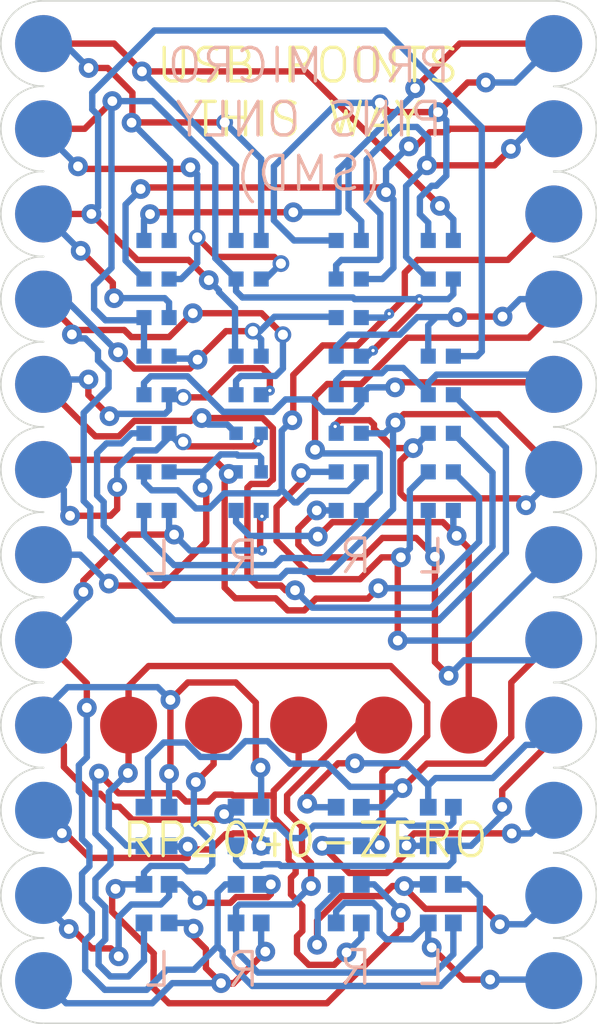
<source format=kicad_pcb>
(kicad_pcb (version 20240108) (generator "pcbnew") (generator_version "8.0")
  (layers (0 "F.Cu" signal) (31 "B.Cu" signal) (34 "B.Paste" user) (35 "F.Paste" user) (36 "B.SilkS" user "B.Silkscreen") (37 "F.SilkS" user "F.Silkscreen") (38 "B.Mask" user) (39 "F.Mask" user) (44 "Edge.Cuts" user))
  (net 0 "")
  (net 1 "GND")
  (net 2 "5V")
  (net 3 "3V")
  (net 4 "TX")
  (net 5 "RX")
  (net 6 "SDA")
  (net 7 "SCL")
  (net 8 "MISO")
  (net 9 "MOSI")
  (net 10 "SCLK")
  (net 11 "P9")
  (net 12 "P10")
  (net 13 "P18")
  (net 14 "P8")
  (net 15 "P7")
  (net 16 "P4")
  (net 17 "P5")
  (net 18 "P6")
  (net 19 "P21")
  (net 20 "P20")
  (net 21 "P19")
  (net 22 "R1")
  (net 23 "R2")
  (net 24 "R3")
  (net 25 "R4")
  (net 26 "R5")
  (net 27 "R6")
  (net 28 "R7")
  (net 29 "R8")
  (net 30 "R9")
  (net 31 "R10")
  (net 32 "R11")
  (net 33 "R12")
  (net 34 "R13")
  (net 35 "R14")
  (net 36 "R15")
  (net 37 "R16")
  (net 38 "R17")
  (net 39 "R18")
  (net 40 "R19")
  (net 41 "R20")
  (net 42 "R21")
  (net 43 "R22")
  (net 44 "R23")
  (net 45 "NA")
  (footprint "" (layer "F.Cu") (at 167.64 88.53)
    (property "Reference" "")
    (property "Value" "")
  )
  (footprint "" (layer "F.Cu") (at 161.14 99.51)
    (property "Reference" "")
    (property "Value" "")
  )
  (footprint "" (layer "F.Cu") (at 161.14 97.21)
    (property "Reference" "")
    (property "Value" "")
  )
  (footprint "" (layer "F.Cu") (at 165.1 93.61)
    (property "Reference" "")
    (property "Value" "")
  )
  (footprint "" (layer "F.Cu") (at 161.14 98.36)
    (property "Reference" "")
    (property "Value" "")
  )
  (footprint "" (layer "F.Cu") (at 163.89 84.91)
    (property "Reference" "")
    (property "Value" "")
  )
  (footprint "" (layer "F.Cu") (at 161.14 99.51)
    (property "Reference" "")
    (property "Value" "")
  )
  (footprint "" (layer "F.Cu") (at 155.4 86.06)
    (property "Reference" "")
    (property "Value" "")
  )
  (footprint "" (layer "F.Cu") (at 158.15 82.61)
    (property "Reference" "")
    (property "Value" "")
  )
  (footprint "" (layer "F.Cu") (at 155.4 87.21)
    (property "Reference" "")
    (property "Value" "")
  )
  (footprint "" (layer "F.Cu") (at 158.15 80.31)
    (property "Reference" "")
    (property "Value" "")
  )
  (footprint "" (layer "F.Cu") (at 155.4 79.16)
    (property "Reference" "")
    (property "Value" "")
  )
  (footprint "" (layer "F.Cu") (at 152.4 80.91)
    (property "Reference" "")
    (property "Value" "")
  )
  (footprint "" (layer "F.Cu") (at 163.89 79.16)
    (property "Reference" "")
    (property "Value" "")
  )
  (footprint "" (layer "F.Cu") (at 161.14 79.16)
    (property "Reference" "")
    (property "Value" "")
  )
  (footprint "" (layer "F.Cu") (at 154.94 93.61)
    (property "Reference" "")
    (property "Value" "")
  )
  (footprint "" (layer "F.Cu") (at 155.65 87.21)
    (property "Reference" "")
    (property "Value" "")
  )
  (footprint "" (layer "F.Cu") (at 158.15 82.61)
    (property "Reference" "")
    (property "Value" "")
  )
  (footprint "" (layer "F.Cu") (at 158.15 86.06)
    (property "Reference" "")
    (property "Value" "")
  )
  (footprint "" (layer "F.Cu") (at 155.4 96.06)
    (property "Reference" "")
    (property "Value" "")
  )
  (footprint "" (layer "F.Cu") (at 155.65 83.76)
    (property "Reference" "")
    (property "Value" "")
  )
  (footprint "" (layer "F.Cu") (at 161.14 80.31)
    (property "Reference" "")
    (property "Value" "")
  )
  (footprint "" (layer "F.Cu") (at 155.4 99.51)
    (property "Reference" "")
    (property "Value" "")
  )
  (footprint "" (layer "F.Cu") (at 158.15 96.06)
    (property "Reference" "")
    (property "Value" "")
  )
  (footprint "" (layer "F.Cu") (at 152.4 91.07)
    (property "Reference" "")
    (property "Value" "")
  )
  (footprint "" (layer "F.Cu") (at 161.14 80.31)
    (property "Reference" "")
    (property "Value" "")
  )
  (footprint "" (layer "F.Cu") (at 161.14 87.21)
    (property "Reference" "")
    (property "Value" "")
  )
  (footprint "" (layer "F.Cu") (at 155.4 97.21)
    (property "Reference" "")
    (property "Value" "")
  )
  (footprint "" (layer "F.Cu") (at 155.4 82.61)
    (property "Reference" "")
    (property "Value" "")
  )
  (footprint "" (layer "F.Cu") (at 163.89 87.21)
    (property "Reference" "")
    (property "Value" "")
  )
  (footprint "" (layer "F.Cu") (at 158.15 79.16)
    (property "Reference" "")
    (property "Value" "")
  )
  (footprint "" (layer "F.Cu") (at 161.14 86.06)
    (property "Reference" "")
    (property "Value" "")
  )
  (footprint "" (layer "F.Cu") (at 155.65 86.06)
    (property "Reference" "")
    (property "Value" "")
  )
  (footprint "" (layer "F.Cu") (at 155.4 80.31)
    (property "Reference" "")
    (property "Value" "")
  )
  (footprint "" (layer "F.Cu") (at 161.14 81.46)
    (property "Reference" "")
    (property "Value" "")
  )
  (footprint "" (layer "F.Cu") (at 167.64 91.07)
    (property "Reference" "")
    (property "Value" "")
  )
  (footprint "" (layer "F.Cu") (at 152.4 88.53)
    (property "Reference" "")
    (property "Value" "")
  )
  (footprint "" (layer "F.Cu") (at 163.89 96.06)
    (property "Reference" "")
    (property "Value" "")
  )
  (footprint "" (layer "F.Cu") (at 161.14 82.61)
    (property "Reference" "")
    (property "Value" "")
  )
  (footprint "" (layer "F.Cu") (at 162.56 93.61)
    (property "Reference" "")
    (property "Value" "")
  )
  (footprint "" (layer "F.Cu") (at 158.15 98.36)
    (property "Reference" "")
    (property "Value" "")
  )
  (footprint "" (layer "F.Cu") (at 152.4 93.61)
    (property "Reference" "")
    (property "Value" "")
  )
  (footprint "" (layer "F.Cu") (at 155.65 80.31)
    (property "Reference" "")
    (property "Value" "")
  )
  (footprint "" (layer "F.Cu") (at 163.89 97.21)
    (property "Reference" "")
    (property "Value" "")
  )
  (footprint "" (layer "F.Cu") (at 163.89 84.91)
    (property "Reference" "")
    (property "Value" "")
  )
  (footprint "" (layer "F.Cu") (at 161.14 86.06)
    (property "Reference" "")
    (property "Value" "")
  )
  (footprint "" (layer "F.Cu") (at 155.4 81.46)
    (property "Reference" "")
    (property "Value" "")
  )
  (footprint "" (layer "F.Cu") (at 163.89 98.36)
    (property "Reference" "")
    (property "Value" "")
  )
  (footprint "" (layer "F.Cu") (at 155.65 84.91)
    (property "Reference" "")
    (property "Value" "")
  )
  (footprint "" (layer "F.Cu") (at 158.15 80.31)
    (property "Reference" "")
    (property "Value" "")
  )
  (footprint "" (layer "F.Cu") (at 158.15 96.06)
    (property "Reference" "")
    (property "Value" "")
  )
  (footprint "" (layer "F.Cu") (at 158.15 84.91)
    (property "Reference" "")
    (property "Value" "")
  )
  (footprint "" (layer "F.Cu") (at 163.89 96.06)
    (property "Reference" "")
    (property "Value" "")
  )
  (footprint "" (layer "F.Cu") (at 158.15 86.06)
    (property "Reference" "")
    (property "Value" "")
  )
  (footprint "" (layer "F.Cu") (at 163.89 82.61)
    (property "Reference" "")
    (property "Value" "")
  )
  (footprint "" (layer "F.Cu") (at 155.4 99.51)
    (property "Reference" "")
    (property "Value" "")
  )
  (footprint "" (layer "F.Cu") (at 158.15 84.91)
    (property "Reference" "")
    (property "Value" "")
  )
  (footprint "" (layer "F.Cu") (at 163.89 83.76)
    (property "Reference" "")
    (property "Value" "")
  )
  (footprint "" (layer "F.Cu") (at 167.64 83.45)
    (property "Reference" "")
    (property "Value" "")
  )
  (footprint "" (layer "F.Cu") (at 163.89 99.51)
    (property "Reference" "")
    (property "Value" "")
  )
  (footprint "" (layer "F.Cu") (at 161.14 83.76)
    (property "Reference" "")
    (property "Value" "")
  )
  (footprint "" (layer "F.Cu") (at 167.64 93.61)
    (property "Reference" "")
    (property "Value" "")
  )
  (footprint "" (layer "F.Cu") (at 161.39 87.21)
    (property "Reference" "")
    (property "Value" "")
  )
  (footprint "" (layer "F.Cu") (at 155.65 82.61)
    (property "Reference" "")
    (property "Value" "")
  )
  (footprint "" (layer "F.Cu") (at 161.14 79.16)
    (property "Reference" "")
    (property "Value" "")
  )
  (footprint "" (layer "F.Cu") (at 161.14 96.06)
    (property "Reference" "")
    (property "Value" "")
  )
  (footprint "" (layer "F.Cu") (at 157.48 93.61)
    (property "Reference" "")
    (property "Value" "")
  )
  (footprint "" (layer "F.Cu") (at 158.15 99.51)
    (property "Reference" "")
    (property "Value" "")
  )
  (footprint "" (layer "F.Cu") (at 155.4 96.06)
    (property "Reference" "")
    (property "Value" "")
  )
  (footprint "" (layer "F.Cu") (at 158.15 83.76)
    (property "Reference" "")
    (property "Value" "")
  )
  (footprint "" (layer "F.Cu") (at 161.14 97.21)
    (property "Reference" "")
    (property "Value" "")
  )
  (footprint "" (layer "F.Cu") (at 155.4 98.36)
    (property "Reference" "")
    (property "Value" "")
  )
  (footprint "" (layer "F.Cu") (at 152.4 73.29)
    (property "Reference" "")
    (property "Value" "")
  )
  (footprint "" (layer "F.Cu") (at 155.4 97.21)
    (property "Reference" "")
    (property "Value" "")
  )
  (footprint "" (layer "F.Cu") (at 161.14 96.06)
    (property "Reference" "")
    (property "Value" "")
  )
  (footprint "" (layer "F.Cu") (at 161.14 84.91)
    (property "Reference" "")
    (property "Value" "")
  )
  (footprint "" (layer "F.Cu") (at 158.15 83.76)
    (property "Reference" "")
    (property "Value" "")
  )
  (footprint "" (layer "F.Cu") (at 163.89 83.76)
    (property "Reference" "")
    (property "Value" "")
  )
  (footprint "" (layer "F.Cu") (at 163.89 80.31)
    (property "Reference" "")
    (property "Value" "")
  )
  (footprint "" (layer "F.Cu") (at 163.89 79.16)
    (property "Reference" "")
    (property "Value" "")
  )
  (footprint "" (layer "F.Cu") (at 163.89 80.31)
    (property "Reference" "")
    (property "Value" "")
  )
  (footprint "" (layer "F.Cu") (at 163.89 87.21)
    (property "Reference" "")
    (property "Value" "")
  )
  (footprint "" (layer "F.Cu") (at 161.14 82.61)
    (property "Reference" "")
    (property "Value" "")
  )
  (footprint "" (layer "F.Cu") (at 167.64 75.83)
    (property "Reference" "")
    (property "Value" "")
  )
  (footprint "" (layer "F.Cu") (at 163.89 97.21)
    (property "Reference" "")
    (property "Value" "")
  )
  (footprint "" (layer "F.Cu") (at 161.14 84.91)
    (property "Reference" "")
    (property "Value" "")
  )
  (footprint "" (layer "F.Cu") (at 158.15 87.21)
    (property "Reference" "")
    (property "Value" "")
  )
  (footprint "" (layer "F.Cu") (at 163.89 86.06)
    (property "Reference" "")
    (property "Value" "")
  )
  (footprint "" (layer "F.Cu") (at 163.89 82.61)
    (property "Reference" "")
    (property "Value" "")
  )
  (footprint "" (layer "F.Cu") (at 167.64 80.91)
    (property "Reference" "")
    (property "Value" "")
  )
  (footprint "" (layer "F.Cu") (at 152.4 83.45)
    (property "Reference" "")
    (property "Value" "")
  )
  (footprint "" (layer "F.Cu") (at 167.64 73.29)
    (property "Reference" "")
    (property "Value" "")
  )
  (footprint "" (layer "F.Cu") (at 155.4 83.76)
    (property "Reference" "")
    (property "Value" "")
  )
  (footprint "" (layer "F.Cu") (at 158.15 99.51)
    (property "Reference" "")
    (property "Value" "")
  )
  (footprint "" (layer "F.Cu") (at 158.15 79.16)
    (property "Reference" "")
    (property "Value" "")
  )
  (footprint "" (layer "F.Cu") (at 167.64 78.37)
    (property "Reference" "")
    (property "Value" "")
  )
  (footprint "" (layer "F.Cu") (at 161.14 81.46)
    (property "Reference" "")
    (property "Value" "")
  )
  (footprint "" (layer "F.Cu") (at 163.89 99.51)
    (property "Reference" "")
    (property "Value" "")
  )
  (footprint "" (layer "F.Cu") (at 155.4 98.36)
    (property "Reference" "")
    (property "Value" "")
  )
  (footprint "" (layer "F.Cu") (at 167.64 85.99)
    (property "Reference" "")
    (property "Value" "")
  )
  (footprint "" (layer "F.Cu") (at 155.4 84.91)
    (property "Reference" "")
    (property "Value" "")
  )
  (footprint "" (layer "F.Cu") (at 158.15 97.21)
    (property "Reference" "")
    (property "Value" "")
  )
  (footprint "" (layer "F.Cu") (at 155.65 79.16)
    (property "Reference" "")
    (property "Value" "")
  )
  (footprint "" (layer "F.Cu") (at 163.89 98.36)
    (property "Reference" "")
    (property "Value" "")
  )
  (footprint "" (layer "F.Cu") (at 152.4 85.99)
    (property "Reference" "")
    (property "Value" "")
  )
  (footprint "" (layer "F.Cu") (at 161.14 83.76)
    (property "Reference" "")
    (property "Value" "")
  )
  (footprint "" (layer "F.Cu") (at 163.89 86.06)
    (property "Reference" "")
    (property "Value" "")
  )
  (footprint "" (layer "F.Cu") (at 158.15 87.21)
    (property "Reference" "")
    (property "Value" "")
  )
  (footprint "" (layer "F.Cu") (at 155.65 81.46)
    (property "Reference" "")
    (property "Value" "")
  )
  (footprint "" (layer "F.Cu") (at 161.14 98.36)
    (property "Reference" "")
    (property "Value" "")
  )
  (footprint "" (layer "F.Cu") (at 152.4 78.37)
    (property "Reference" "")
    (property "Value" "")
  )
  (footprint "" (layer "F.Cu") (at 152.4 75.83)
    (property "Reference" "")
    (property "Value" "")
  )
  (footprint "" (layer "F.Cu") (at 158.15 98.36)
    (property "Reference" "")
    (property "Value" "")
  )
  (footprint "" (layer "F.Cu") (at 158.15 97.21)
    (property "Reference" "")
    (property "Value" "")
  )
  (footprint "" (layer "F.Cu") (at 160.02 93.61)
    (property "Reference" "")
    (property "Value" "")
  )
  (footprint "" (layer "B.Cu") (at 152.4 91.07 180)
    (property "Reference" "")
    (property "Value" "")
  )
  (footprint "" (layer "B.Cu") (at 167.64 80.91 180)
    (property "Reference" "")
    (property "Value" "")
  )
  (footprint "" (layer "B.Cu") (at 152.4 80.91 180)
    (property "Reference" "")
    (property "Value" "")
  )
  (footprint "" (layer "B.Cu") (at 167.64 93.61 180)
    (property "Reference" "")
    (property "Value" "")
  )
  (footprint "" (layer "B.Cu") (at 152.4 83.45 180)
    (property "Reference" "")
    (property "Value" "")
  )
  (footprint "" (layer "B.Cu") (at 152.4 96.15 180)
    (property "Reference" "")
    (property "Value" "")
  )
  (footprint "" (layer "B.Cu") (at 167.64 75.83 180)
    (property "Reference" "")
    (property "Value" "")
  )
  (footprint "" (layer "B.Cu") (at 152.4 101.23 180)
    (property "Reference" "")
    (property "Value" "")
  )
  (footprint "" (layer "B.Cu") (at 152.4 93.61 180)
    (property "Reference" "")
    (property "Value" "")
  )
  (footprint "" (layer "B.Cu") (at 167.64 85.99 180)
    (property "Reference" "")
    (property "Value" "")
  )
  (footprint "" (layer "B.Cu") (at 152.4 78.37 180)
    (property "Reference" "")
    (property "Value" "")
  )
  (footprint "" (layer "B.Cu") (at 167.64 98.69 180)
    (property "Reference" "")
    (property "Value" "")
  )
  (footprint "" (layer "B.Cu") (at 152.4 75.83 180)
    (property "Reference" "")
    (property "Value" "")
  )
  (footprint "" (layer "B.Cu") (at 152.4 85.99 180)
    (property "Reference" "")
    (property "Value" "")
  )
  (footprint "" (layer "B.Cu") (at 152.4 73.29 180)
    (property "Reference" "")
    (property "Value" "")
  )
  (footprint "" (layer "B.Cu") (at 167.64 101.23 180)
    (property "Reference" "")
    (property "Value" "")
  )
  (footprint "" (layer "B.Cu") (at 167.64 73.29 180)
    (property "Reference" "")
    (property "Value" "")
  )
  (footprint "" (layer "B.Cu") (at 167.64 83.45 180)
    (property "Reference" "")
    (property "Value" "")
  )
  (footprint "" (layer "B.Cu") (at 152.4 98.69 180)
    (property "Reference" "")
    (property "Value" "")
  )
  (footprint "" (layer "B.Cu") (at 167.64 78.37 180)
    (property "Reference" "")
    (property "Value" "")
  )
  (footprint "" (layer "B.Cu") (at 167.64 91.07 180)
    (property "Reference" "")
    (property "Value" "")
  )
  (footprint "" (layer "B.Cu") (at 167.64 96.15 180)
    (property "Reference" "")
    (property "Value" "")
  )
  (footprint "" (layer "B.Cu") (at 152.4 88.53 180)
    (property "Reference" "")
    (property "Value" "")
  )
  (footprint "" (layer "B.Cu") (at 167.64 88.53 180)
    (property "Reference" "")
    (property "Value" "")
  )
  (gr_arc (start 152.4 89.805) (mid 151.125 88.53) (end 152.4 87.255) (stroke (width 0.05)) (layer "Edge.Cuts"))
  (gr_arc (start 167.64 99.955) (mid 168.915 101.23) (end 167.64 102.505) (stroke (width 0.05)) (layer "Edge.Cuts"))
  (gr_arc (start 167.64 89.795) (mid 168.915 91.07) (end 167.64 92.345) (stroke (width 0.05)) (layer "Edge.Cuts"))
  (gr_arc (start 152.4 77.105) (mid 151.125 75.83) (end 152.4 74.555) (stroke (width 0.05)) (layer "Edge.Cuts"))
  (gr_arc (start 152.4 99.965) (mid 151.125 98.69) (end 152.4 97.415) (stroke (width 0.05)) (layer "Edge.Cuts"))
  (gr_arc (start 152.4 82.185) (mid 151.125 80.91) (end 152.4 79.635) (stroke (width 0.05)) (layer "Edge.Cuts"))
  (gr_arc (start 167.64 74.565) (mid 168.915 75.84) (end 167.64 77.115) (stroke (width 0.05)) (layer "Edge.Cuts"))
  (gr_arc (start 152.4 97.425) (mid 151.125 96.15) (end 152.4 94.875) (stroke (width 0.05)) (layer "Edge.Cuts"))
  (gr_arc (start 152.4 79.645) (mid 151.125 78.37) (end 152.4 77.095) (stroke (width 0.05)) (layer "Edge.Cuts"))
  (gr_line (start 167.64 72.015) (end 152.4 72.015) (stroke (width 0.05)) (layer "Edge.Cuts"))
  (gr_arc (start 152.4 94.885) (mid 151.125 93.61) (end 152.4 92.335) (stroke (width 0.05)) (layer "Edge.Cuts"))
  (gr_arc (start 152.4 87.265) (mid 151.125 85.99) (end 152.4 84.715) (stroke (width 0.05)) (layer "Edge.Cuts"))
  (gr_arc (start 152.4 102.505) (mid 151.125 101.23) (end 152.4 99.955) (stroke (width 0.05)) (layer "Edge.Cuts"))
  (gr_arc (start 167.64 79.645) (mid 168.915 80.92) (end 167.64 82.195) (stroke (width 0.05)) (layer "Edge.Cuts"))
  (gr_arc (start 167.64 84.715) (mid 168.915 85.99) (end 167.64 87.265) (stroke (width 0.05)) (layer "Edge.Cuts"))
  (gr_arc (start 152.4 92.345) (mid 151.125 91.07) (end 152.4 89.795) (stroke (width 0.05)) (layer "Edge.Cuts"))
  (gr_arc (start 167.64 97.415) (mid 168.915 98.69) (end 167.64 99.965) (stroke (width 0.05)) (layer "Edge.Cuts"))
  (gr_arc (start 152.4 84.725) (mid 151.125 83.45) (end 152.4 82.175) (stroke (width 0.05)) (layer "Edge.Cuts"))
  (gr_arc (start 167.64 92.335) (mid 168.915 93.61) (end 167.64 94.885) (stroke (width 0.05)) (layer "Edge.Cuts"))
  (gr_arc (start 167.64 72.015) (mid 168.915 73.29) (end 167.64 74.565) (stroke (width 0.05)) (layer "Edge.Cuts"))
  (gr_arc (start 167.64 82.175) (mid 168.915 83.45) (end 167.64 84.725) (stroke (width 0.05)) (layer "Edge.Cuts"))
  (gr_line (start 152.4 102.505) (end 167.64 102.505) (stroke (width 0.05)) (layer "Edge.Cuts"))
  (gr_arc (start 167.64 94.875) (mid 168.915 96.15) (end 167.64 97.425) (stroke (width 0.05)) (layer "Edge.Cuts"))
  (gr_arc (start 167.64 87.255) (mid 168.915 88.53) (end 167.64 89.805) (stroke (width 0.05)) (layer "Edge.Cuts"))
  (gr_arc (start 167.64 77.095) (mid 168.915 78.37) (end 167.64 79.645) (stroke (width 0.05)) (layer "Edge.Cuts"))
  (gr_arc (start 152.4 74.565) (mid 151.125 73.29) (end 152.4 72.015) (stroke (width 0.05)) (layer "Edge.Cuts"))
  (gr_text "R" (at 158.37 89.22 0) (layer "B.SilkS") (effects (font (size 1 1) (thickness 0.1)) (justify bottom mirror)))
  (gr_text "L" (at 164.01 89.17 0) (layer "B.SilkS") (effects (font (size 1 1) (thickness 0.1)) (justify bottom mirror)))
  (gr_text "L" (at 155.83 89.22 0) (layer "B.SilkS") (effects (font (size 1 1) (thickness 0.1)) (justify bottom mirror)))
  (gr_text "PRO MICRO\nPINS ONLY\n(SMD)" (at 160.33 77.75 0) (layer "B.SilkS") (effects (font (size 1 1) (thickness 0.1)) (justify bottom mirror)))
  (gr_text "R" (at 161.73 101.43 0) (layer "B.SilkS") (effects (font (size 1 1) (thickness 0.1)) (justify bottom mirror)))
  (gr_text "R" (at 158.37 101.49 0) (layer "B.SilkS") (effects (font (size 1 1) (thickness 0.1)) (justify bottom mirror)))
  (gr_text "L" (at 155.83 101.49 0) (layer "B.SilkS") (effects (font (size 1 1) (thickness 0.1)) (justify bottom mirror)))
  (gr_text "R" (at 161.73 89.16 0) (layer "B.SilkS") (effects (font (size 1 1) (thickness 0.1)) (justify bottom mirror)))
  (gr_text "L" (at 164.01 101.44 0) (layer "B.SilkS") (effects (font (size 1 1) (thickness 0.1)) (justify bottom mirror)))
  (gr_text "RP2040-ZERO" (at 154.67 97.63 0) (layer "F.SilkS") (effects (font (size 1 1) (thickness 0.1)) (justify left bottom)))
  (gr_text "USB POINTS\nTHIS WAY" (at 160.29 76.14 0) (layer "F.SilkS") (effects (font (size 1 1) (thickness 0.1)) (justify bottom)))
  (segment (start 158.655 81.865) (end 157.848614 81.865) (width 0.19) (layer "F.Cu") (net 1))
  (segment (start 156.77 82.98) (end 155.113568 82.98) (width 0.19) (layer "F.Cu") (net 1))
  (segment (start 157 82.713614) (end 157 82.75) (width 0.19) (layer "F.Cu") (net 1))
  (segment (start 165.870243 76.919757) (end 166.36 76.43) (width 0.19) (layer "F.Cu") (net 1))
  (segment (start 157 82.75) (end 156.77 82.98) (width 0.19) (layer "F.Cu") (net 1))
  (segment (start 153.51 79.47) (end 154.47 80.43) (width 0.19) (layer "F.Cu") (net 1))
  (segment (start 154.47 80.84) (end 154.51 80.88) (width 0.19) (layer "F.Cu") (net 1))
  (segment (start 154.47 80.43) (end 154.47 80.84) (width 0.19) (layer "F.Cu") (net 1))
  (segment (start 157.848614 81.865) (end 157 82.713614) (width 0.19) (layer "F.Cu") (net 1))
  (segment (start 163.850001 76.919757) (end 165.870243 76.919757) (width 0.19) (layer "F.Cu") (net 1))
  (segment (start 155.113568 82.98) (end 154.626587 82.493019) (width 0.19) (layer "F.Cu") (net 1))
  (segment (start 154.85 82.716432) (end 154.626587 82.493019) (width 0.19) (layer "F.Cu") (net 1))
  (via (at 154.51 80.88) (size 0.59) (drill 0.29) (layers "F.Cu" "B.Cu") (net 1))
  (via (at 163.850001 76.919757) (size 0.59) (drill 0.29) (layers "F.Cu" "B.Cu") (net 1))
  (via (at 158.655 81.865) (size 0.5) (drill 0.3) (layers "F.Cu" "B.Cu") (net 1))
  (via (at 157 82.713614) (size 0.59) (drill 0.29) (layers "F.Cu" "B.Cu") (net 1))
  (via (at 166.36 76.43) (size 0.59) (drill 0.29) (layers "F.Cu" "B.Cu") (net 1))
  (via (at 153.51 79.47) (size 0.59) (drill 0.29) (layers "F.Cu" "B.Cu") (net 1))
  (via (at 154.626587 82.493019) (size 0.59) (drill 0.29) (layers "F.Cu" "B.Cu") (net 1))
  (segment (start 162.46 79.67) (end 162.46 78.370244) (width 0.19) (layer "B.Cu") (net 1))
  (segment (start 166.36 76.43) (end 166.96 75.83) (width 0.19) (layer "B.Cu") (net 1))
  (segment (start 163.892244 76.114515) (end 163.892244 76.877514) (width 0.19) (layer "B.Cu") (net 1))
  (segment (start 157 82.713614) (end 156.769299 82.713614) (width 0.19) (layer "B.Cu") (net 1))
  (segment (start 158.865 81.865) (end 158.655 81.865) (width 0.19) (layer "B.Cu") (net 1))
  (segment (start 161.295 79.74) (end 162.39 79.74) (width 0.19) (layer "B.Cu") (net 1))
  (segment (start 156.738226 82.682541) (end 156.222541 82.682541) (width 0.19) (layer "B.Cu") (net 1))
  (segment (start 161.14 81.46) (end 161.115 81.435) (width 0.19) (layer "B.Cu") (net 1))
  (segment (start 161.115 81.435) (end 159.295 81.435) (width 0.19) (layer "B.Cu") (net 1))
  (segment (start 162.46 78.370244) (end 162.05 77.960244) (width 0.19) (layer "B.Cu") (net 1))
  (segment (start 152.41 78.37) (end 153.51 79.47) (width 0.19) (layer "B.Cu") (net 1))
  (segment (start 156.15 81.01) (end 156.02 80.88) (width 0.19) (layer "B.Cu") (net 1))
  (segment (start 162.39 79.74) (end 162.46 79.67) (width 0.19) (layer "B.Cu") (net 1))
  (segment (start 163.23 77.539758) (end 163.23 79.65) (width 0.19) (layer "B.Cu") (net 1))
  (segment (start 156.222541 82.682541) (end 156.15 82.61) (width 0.19) (layer "B.Cu") (net 1))
  (segment (start 156.02 80.88) (end 154.51 80.88) (width 0.19) (layer "B.Cu") (net 1))
  (segment (start 156.15 81.46) (end 156.15 81.01) (width 0.19) (layer "B.Cu") (net 1))
  (segment (start 161.14 80.31) (end 161.14 79.895) (width 0.19) (layer "B.Cu") (net 1))
  (segment (start 153.043568 80.91) (end 152.4 80.91) (width 0.19) (layer "B.Cu") (net 1))
  (segment (start 154.626587 82.493019) (end 153.043568 80.91) (width 0.19) (layer "B.Cu") (net 1))
  (segment (start 159.295 81.435) (end 158.865 81.865) (width 0.19) (layer "B.Cu") (net 1))
  (segment (start 162.05 76.747401) (end 163.022642 75.774759) (width 0.19) (layer "B.Cu") (net 1))
  (segment (start 163.552488 75.774759) (end 163.892244 76.114515) (width 0.19) (layer "B.Cu") (net 1))
  (segment (start 166.96 75.83) (end 167.64 75.83) (width 0.19) (layer "B.Cu") (net 1))
  (segment (start 158.9 82.61) (end 158.9 82.11) (width 0.19) (layer "B.Cu") (net 1))
  (segment (start 161.14 79.895) (end 161.295 79.74) (width 0.19) (layer "B.Cu") (net 1))
  (segment (start 163.23 79.65) (end 163.89 80.31) (width 0.19) (layer "B.Cu") (net 1))
  (segment (start 163.850001 76.919757) (end 163.23 77.539758) (width 0.19) (layer "B.Cu") (net 1))
  (segment (start 158.9 82.11) (end 158.655 81.865) (width 0.19) (layer "B.Cu") (net 1))
  (segment (start 156.769299 82.713614) (end 156.738226 82.682541) (width 0.19) (layer "B.Cu") (net 1))
  (segment (start 152.4 78.37) (end 152.41 78.37) (width 0.19) (layer "B.Cu") (net 1))
  (segment (start 163.892244 76.877514) (end 163.850001 76.919757) (width 0.19) (layer "B.Cu") (net 1))
  (segment (start 163.022642 75.774759) (end 163.552488 75.774759) (width 0.19) (layer "B.Cu") (net 1))
  (segment (start 162.05 77.960244) (end 162.05 76.747401) (width 0.19) (layer "B.Cu") (net 1))
  (segment (start 162.446697 75.056697) (end 162.722753 75.332753) (width 0.19) (layer "F.Cu") (net 2))
  (segment (start 165.066976 74.45) (end 165.61 74.45) (width 0.19) (layer "F.Cu") (net 2))
  (segment (start 164.184223 75.332753) (end 165.066976 74.45) (width 0.19) (layer "F.Cu") (net 2))
  (segment (start 162.722753 75.332753) (end 164.184223 75.332753) (width 0.19) (layer "F.Cu") (net 2))
  (via (at 165.61 74.45) (size 0.59) (drill 0.29) (layers "F.Cu" "B.Cu") (net 2))
  (via (at 164.184223 75.332753) (size 0.59) (drill 0.29) (layers "F.Cu" "B.Cu") (net 2))
  (via (at 162.446697 75.056697) (size 0.5) (drill 0.3) (layers "F.Cu" "B.Cu") (net 2))
  (segment (start 161.14 79.16) (end 159.879756 79.16) (width 0.19) (layer "B.Cu") (net 2))
  (segment (start 164.13 77.53) (end 163.991471 77.53) (width 0.19) (layer "B.Cu") (net 2))
  (segment (start 163.89 78.628529) (end 163.89 79.16) (width 0.19) (layer "B.Cu") (net 2))
  (segment (start 166.48 74.45) (end 167.64 73.29) (width 0.19) (layer "B.Cu") (net 2))
  (segment (start 159.28 78.560244) (end 159.28 76.95) (width 0.19) (layer "B.Cu") (net 2))
  (segment (start 164.184223 75.332753) (end 164.43 75.57853) (width 0.19) (layer "B.Cu") (net 2))
  (segment (start 164.43 75.57853) (end 164.43 77.23) (width 0.19) (layer "B.Cu") (net 2))
  (segment (start 163.64 77.881471) (end 163.64 78.378529) (width 0.19) (layer "B.Cu") (net 2))
  (segment (start 164.43 77.23) (end 164.13 77.53) (width 0.19) (layer "B.Cu") (net 2))
  (segment (start 163.991471 77.53) (end 163.64 77.881471) (width 0.19) (layer "B.Cu") (net 2))
  (segment (start 159.879756 79.16) (end 159.28 78.560244) (width 0.19) (layer "B.Cu") (net 2))
  (segment (start 161.173303 75.056697) (end 162.446697 75.056697) (width 0.19) (layer "B.Cu") (net 2))
  (segment (start 159.28 76.95) (end 159.61 76.62) (width 0.19) (layer "B.Cu") (net 2))
  (segment (start 159.61 76.62) (end 161.173303 75.056697) (width 0.19) (layer "B.Cu") (net 2))
  (segment (start 165.61 74.45) (end 166.48 74.45) (width 0.19) (layer "B.Cu") (net 2))
  (segment (start 163.64 78.378529) (end 163.89 78.628529) (width 0.19) (layer "B.Cu") (net 2))
  (segment (start 164.776602 81.43) (end 164.761587 81.445015) (width 0.19) (layer "F.Cu") (net 3))
  (segment (start 166.11 81.43) (end 164.776602 81.43) (width 0.19) (layer "F.Cu") (net 3))
  (via (at 166.11 81.43) (size 0.59) (drill 0.29) (layers "F.Cu" "B.Cu") (net 3))
  (via (at 164.761587 81.445015) (size 0.59) (drill 0.29) (layers "F.Cu" "B.Cu") (net 3))
  (segment (start 167.64 80.91) (end 166.63 80.91) (width 0.19) (layer "B.Cu") (net 3))
  (segment (start 164.761587 81.445015) (end 164.134985 81.445015) (width 0.19) (layer "B.Cu") (net 3))
  (segment (start 164.134985 81.445015) (end 163.89 81.69) (width 0.19) (layer "B.Cu") (net 3))
  (segment (start 161.51 81.97) (end 163.04 81.97) (width 0.19) (layer "B.Cu") (net 3))
  (segment (start 163.89 81.69) (end 163.89 82.61) (width 0.19) (layer "B.Cu") (net 3))
  (segment (start 166.63 80.91) (end 166.11 81.43) (width 0.19) (layer "B.Cu") (net 3))
  (segment (start 161.14 82.61) (end 161.14 82.34) (width 0.19) (layer "B.Cu") (net 3))
  (segment (start 161.14 82.34) (end 161.51 81.97) (width 0.19) (layer "B.Cu") (net 3))
  (segment (start 163.04 81.97) (end 163.564985 81.445015) (width 0.19) (layer "B.Cu") (net 3))
  (segment (start 163.564985 81.445015) (end 164.761587 81.445015) (width 0.19) (layer "B.Cu") (net 3))
  (segment (start 153.746471 74.016471) (end 154.315002 74.016471) (width 0.19) (layer "F.Cu") (net 4))
  (segment (start 155.055001 74.75647) (end 155.055001 75.622602) (width 0.19) (layer "F.Cu") (net 4))
  (segment (start 157.81 75.64) (end 155.037603 75.64) (width 0.19) (layer "F.Cu") (net 4))
  (segment (start 154.315002 74.016471) (end 155.055001 74.75647) (width 0.19) (layer "F.Cu") (net 4))
  (segment (start 155.037603 75.64) (end 155.03 75.647603) (width 0.19) (layer "F.Cu") (net 4))
  (segment (start 155.055001 75.622602) (end 155.03 75.647603) (width 0.19) (layer "F.Cu") (net 4))
  (via (at 153.746471 74.016471) (size 0.59) (drill 0.29) (layers "F.Cu" "B.Cu") (net 4))
  (via (at 155.03 75.647603) (size 0.59) (drill 0.29) (layers "F.Cu" "B.Cu") (net 4))
  (via (at 157.81 75.64) (size 0.5) (drill 0.3) (layers "F.Cu" "B.Cu") (net 4))
  (segment (start 155.037602 75.647603) (end 156.181626 76.791627) (width 0.19) (layer "B.Cu") (net 4))
  (segment (start 156.181626 76.791627) (end 156.181626 79.128374) (width 0.19) (layer "B.Cu") (net 4))
  (segment (start 152.4 73.29) (end 153.02 73.29) (width 0.19) (layer "B.Cu") (net 4))
  (segment (start 153.02 73.29) (end 153.746471 74.016471) (width 0.19) (layer "B.Cu") (net 4))
  (segment (start 158.9 76.73) (end 157.81 75.64) (width 0.19) (layer "B.Cu") (net 4))
  (segment (start 158.9 79.16) (end 158.9 76.73) (width 0.19) (layer "B.Cu") (net 4))
  (segment (start 156.181626 79.128374) (end 156.15 79.16) (width 0.19) (layer "B.Cu") (net 4))
  (segment (start 155.03 75.647603) (end 155.037602 75.647603) (width 0.19) (layer "B.Cu") (net 4))
  (segment (start 156.739591 77.026196) (end 153.506196 77.026196) (width 0.19) (layer "F.Cu") (net 5))
  (segment (start 159.29 79.65) (end 157.57 79.65) (width 0.19) (layer "F.Cu") (net 5))
  (segment (start 153.506196 77.026196) (end 153.43 76.95) (width 0.19) (layer "F.Cu") (net 5))
  (segment (start 157.57 79.65) (end 156.99 79.07) (width 0.19) (layer "F.Cu") (net 5))
  (segment (start 156.785787 76.98) (end 156.739591 77.026196) (width 0.19) (layer "F.Cu") (net 5))
  (segment (start 159.49 79.85) (end 159.29 79.65) (width 0.19) (layer "F.Cu") (net 5))
  (via (at 156.785787 76.98) (size 0.59) (drill 0.29) (layers "F.Cu" "B.Cu") (net 5))
  (via (at 153.43 76.95) (size 0.59) (drill 0.29) (layers "F.Cu" "B.Cu") (net 5))
  (via (at 156.99 79.07) (size 0.5) (drill 0.3) (layers "F.Cu" "B.Cu") (net 5))
  (via (at 159.49 79.85) (size 0.5) (drill 0.3) (layers "F.Cu" "B.Cu") (net 5))
  (segment (start 158.9 80.31) (end 159.03 80.31) (width 0.19) (layer "B.Cu") (net 5))
  (segment (start 156.51 80.31) (end 156.99 79.83) (width 0.19) (layer "B.Cu") (net 5))
  (segment (start 152.4 75.92) (end 153.43 76.95) (width 0.19) (layer "B.Cu") (net 5))
  (segment (start 156.99 79.83) (end 156.99 79.07) (width 0.19) (layer "B.Cu") (net 5))
  (segment (start 156.15 80.31) (end 156.51 80.31) (width 0.19) (layer "B.Cu") (net 5))
  (segment (start 156.99 77.184213) (end 156.785787 76.98) (width 0.19) (layer "B.Cu") (net 5))
  (segment (start 159.03 80.31) (end 159.49 79.85) (width 0.19) (layer "B.Cu") (net 5))
  (segment (start 156.99 79.07) (end 156.99 77.184213) (width 0.19) (layer "B.Cu") (net 5))
  (segment (start 152.4 75.83) (end 152.4 75.92) (width 0.19) (layer "B.Cu") (net 5))
  (segment (start 153.74 83.769157) (end 153.74 83.308036) (width 0.19) (layer "F.Cu") (net 6))
  (segment (start 158.94 82.97) (end 158.5 82.97) (width 0.19) (layer "F.Cu") (net 6))
  (segment (start 158.12 82.97) (end 157.87 83.22) (width 0.19) (layer "F.Cu") (net 6))
  (segment (start 159.03 83.06) (end 158.94 82.97) (width 0.19) (layer "F.Cu") (net 6))
  (segment (start 153.74 83.308036) (end 153.742273 83.305763) (width 0.19) (layer "F.Cu") (net 6))
  (segment (start 159.16 83.635) (end 159.16 83.19) (width 0.19) (layer "F.Cu") (net 6))
  (segment (start 158.97 83) (end 159.03 83.06) (width 0.19) (layer "F.Cu") (net 6))
  (segment (start 158.5 82.97) (end 158.12 82.97) (width 0.19) (layer "F.Cu") (net 6))
  (segment (start 154.370481 84.399638) (end 153.74 83.769157) (width 0.19) (layer "F.Cu") (net 6))
  (segment (start 159.16 83.19) (end 158.97 83) (width 0.19) (layer "F.Cu") (net 6))
  (segment (start 157.251697 83.838303) (end 156.571697 83.838303) (width 0.19) (layer "F.Cu") (net 6))
  (segment (start 157.87 83.22) (end 157.251697 83.838303) (width 0.19) (layer "F.Cu") (net 6))
  (via (at 156.571697 83.838303) (size 0.5) (drill 0.3) (layers "F.Cu" "B.Cu") (net 6))
  (via (at 154.370481 84.399638) (size 0.59) (drill 0.29) (layers "F.Cu" "B.Cu") (net 6))
  (via (at 153.742273 83.305763) (size 0.59) (drill 0.29) (layers "F.Cu" "B.Cu") (net 6))
  (via micro (at 159.16 83.635) (size 0.3) (drill 0.1) (layers "F.Cu" "B.Cu") (net 6))
  (segment (start 156.228303 83.838303) (end 156.15 83.76) (width 0.19) (layer "B.Cu") (net 6))
  (segment (start 154.370481 84.399638) (end 154.440119 84.33) (width 0.19) (layer "B.Cu") (net 6))
  (segment (start 156.03 84.33) (end 156.15 84.21) (width 0.19) (layer "B.Cu") (net 6))
  (segment (start 154.440119 84.33) (end 156.03 84.33) (width 0.19) (layer "B.Cu") (net 6))
  (segment (start 156.15 84.21) (end 156.15 83.76) (width 0.19) (layer "B.Cu") (net 6))
  (segment (start 152.544237 83.305763) (end 152.4 83.45) (width 0.19) (layer "B.Cu") (net 6))
  (segment (start 158.9 83.76) (end 159.035 83.76) (width 0.19) (layer "B.Cu") (net 6))
  (segment (start 159.035 83.76) (end 159.16 83.635) (width 0.19) (layer "B.Cu") (net 6))
  (segment (start 153.742273 83.305763) (end 152.544237 83.305763) (width 0.19) (layer "B.Cu") (net 6))
  (segment (start 156.571697 83.838303) (end 156.228303 83.838303) (width 0.19) (layer "B.Cu") (net 6))
  (segment (start 154.6 86.51066) (end 154.6 87.17) (width 0.19) (layer "F.Cu") (net 7))
  (segment (start 158.815 85.14) (end 158.655 85.3) (width 0.19) (layer "F.Cu") (net 7))
  (segment (start 158.655 85.3) (end 158.08 85.3) (width 0.19) (layer "F.Cu") (net 7))
  (segment (start 154.6 87.17) (end 154.400863 87.369137) (width 0.19) (layer "F.Cu") (net 7))
  (segment (start 154.400863 87.369137) (end 153.193194 87.369137) (width 0.19) (layer "F.Cu") (net 7))
  (segment (start 158.08 85.3) (end 156.705 85.3) (width 0.19) (layer "F.Cu") (net 7))
  (segment (start 156.705 85.3) (end 156.57 85.165) (width 0.19) (layer "F.Cu") (net 7))
  (via (at 156.57 85.165) (size 0.5) (drill 0.3) (layers "F.Cu" "B.Cu") (net 7))
  (via micro (at 158.815 85.14) (size 0.3) (drill 0.1) (layers "F.Cu" "B.Cu") (net 7))
  (via (at 153.193194 87.369137) (size 0.59) (drill 0.29) (layers "F.Cu" "B.Cu") (net 7))
  (via (at 154.6 86.51066) (size 0.59) (drill 0.29) (layers "F.Cu" "B.Cu") (net 7))
  (segment (start 156.57 85.165) (end 156.405 85.165) (width 0.19) (layer "B.Cu") (net 7))
  (segment (start 155.11 85.42) (end 154.6 85.93) (width 0.19) (layer "B.Cu") (net 7))
  (segment (start 156.15 85.03) (end 155.76 85.42) (width 0.19) (layer "B.Cu") (net 7))
  (segment (start 156.15 84.91) (end 156.15 85.03) (width 0.19) (layer "B.Cu") (net 7))
  (segment (start 153.193194 87.369137) (end 153.396826 87.369137) (width 0.19) (layer "B.Cu") (net 7))
  (segment (start 156.405 85.165) (end 156.15 84.91) (width 0.19) (layer "B.Cu") (net 7))
  (segment (start 153.006933 87.182876) (end 153.006933 86.596933) (width 0.19) (layer "B.Cu") (net 7))
  (segment (start 153.193194 87.369137) (end 153.006933 87.182876) (width 0.19) (layer "B.Cu") (net 7))
  (segment (start 158.9 85.055) (end 158.815 85.14) (width 0.19) (layer "B.Cu") (net 7))
  (segment (start 158.9 84.91) (end 158.9 85.055) (width 0.19) (layer "B.Cu") (net 7))
  (segment (start 153.006933 86.596933) (end 152.4 85.99) (width 0.19) (layer "B.Cu") (net 7))
  (segment (start 154.6 85.93) (end 154.6 86.51066) (width 0.19) (layer "B.Cu") (net 7))
  (segment (start 155.76 85.42) (end 155.11 85.42) (width 0.19) (layer "B.Cu") (net 7))
  (segment (start 166.383388 96.84) (end 166.385959 96.842571) (width 0.19) (layer "F.Cu") (net 8))
  (segment (start 160.72 97.21) (end 161.53 98.02) (width 0.19) (layer "F.Cu") (net 8))
  (segment (start 161.53 98.02) (end 162.644313 98.02) (width 0.19) (layer "F.Cu") (net 8))
  (segment (start 163.243443 97.42087) (end 163.243443 97.20218) (width 0.19) (layer "F.Cu") (net 8))
  (segment (start 163.243443 97.066557) (end 163.47 96.84) (width 0.19) (layer "F.Cu") (net 8))
  (segment (start 162.644313 98.02) (end 163.243443 97.42087) (width 0.19) (layer "F.Cu") (net 8))
  (segment (start 163.47 96.84) (end 166.383388 96.84) (width 0.19) (layer "F.Cu") (net 8))
  (segment (start 163.243443 97.20218) (end 163.243443 97.066557) (width 0.19) (layer "F.Cu") (net 8))
  (via (at 160.72 97.21) (size 0.59) (drill 0.29) (layers "F.Cu" "B.Cu") (net 8))
  (via (at 163.243443 97.20218) (size 0.59) (drill 0.29) (layers "F.Cu" "B.Cu") (net 8))
  (via (at 166.385959 96.842571) (size 0.59) (drill 0.29) (layers "F.Cu" "B.Cu") (net 8))
  (segment (start 166.385959 96.842571) (end 166.947429 96.842571) (width 0.19) (layer "B.Cu") (net 8))
  (segment (start 163.89 97.21) (end 163.251263 97.21) (width 0.19) (layer "B.Cu") (net 8))
  (segment (start 160.72 97.21) (end 161.14 97.21) (width 0.19) (layer "B.Cu") (net 8))
  (segment (start 166.947429 96.842571) (end 167.64 96.15) (width 0.19) (layer "B.Cu") (net 8))
  (segment (start 163.251263 97.21) (end 163.243443 97.20218) (width 0.19) (layer "B.Cu") (net 8))
  (segment (start 165.57 99.09) (end 166.03 99.55) (width 0.19) (layer "F.Cu") (net 9))
  (segment (start 160.57 100.16) (end 160.57 99.44) (width 0.19) (layer "F.Cu") (net 9))
  (segment (start 163.81 99.09) (end 165.57 99.09) (width 0.19) (layer "F.Cu") (net 9))
  (segment (start 162.52 98.71) (end 162.82 98.41) (width 0.19) (layer "F.Cu") (net 9))
  (segment (start 162.82 98.41) (end 163.173546 98.41) (width 0.19) (layer "F.Cu") (net 9))
  (segment (start 161.3 98.71) (end 162.52 98.71) (width 0.19) (layer "F.Cu") (net 9))
  (segment (start 160.57 99.44) (end 161.3 98.71) (width 0.19) (layer "F.Cu") (net 9))
  (segment (start 163.173546 98.41) (end 163.173546 98.453546) (width 0.19) (layer "F.Cu") (net 9))
  (segment (start 163.173546 98.453546) (end 163.81 99.09) (width 0.19) (layer "F.Cu") (net 9))
  (via (at 163.173546 98.41) (size 0.59) (drill 0.29) (layers "F.Cu" "B.Cu") (net 9))
  (via (at 166.03 99.55) (size 0.59) (drill 0.29) (layers "F.Cu" "B.Cu") (net 9))
  (via (at 160.57 100.16) (size 0.59) (drill 0.29) (layers "F.Cu" "B.Cu") (net 9))
  (segment (start 160.57 100.16) (end 160.59 100.14) (width 0.19) (layer "B.Cu") (net 9))
  (segment (start 160.59 100.14) (end 160.59 99.13) (width 0.19) (layer "B.Cu") (net 9))
  (segment (start 163.173546 98.41) (end 163.223546 98.36) (width 0.19) (layer "B.Cu") (net 9))
  (segment (start 166.78 99.55) (end 167.64 98.69) (width 0.19) (layer "B.Cu") (net 9))
  (segment (start 163.223546 98.36) (end 163.89 98.36) (width 0.19) (layer "B.Cu") (net 9))
  (segment (start 166.03 99.55) (end 166.78 99.55) (width 0.19) (layer "B.Cu") (net 9))
  (segment (start 161.14 98.58) (end 161.14 98.36) (width 0.19) (layer "B.Cu") (net 9))
  (segment (start 160.59 99.13) (end 161.14 98.58) (width 0.19) (layer "B.Cu") (net 9))
  (segment (start 161.195686 94.75) (end 161.7 94.75) (width 0.19) (layer "F.Cu") (net 10))
  (segment (start 160.274265 95.671421) (end 161.195686 94.75) (width 0.19) (layer "F.Cu") (net 10))
  (segment (start 160.274265 95.954265) (end 160.274265 95.671421) (width 0.19) (layer "F.Cu") (net 10))
  (via (at 160.274265 95.954265) (size 0.59) (drill 0.29) (layers "F.Cu" "B.Cu") (net 10))
  (via (at 161.7 94.75) (size 0.59) (drill 0.29) (layers "F.Cu" "B.Cu") (net 10))
  (segment (start 167.05 94.2) (end 167.64 93.61) (width 0.19) (layer "B.Cu") (net 10))
  (segment (start 161.14 96.06) (end 160.38 96.06) (width 0.19) (layer "B.Cu") (net 10))
  (segment (start 163.89 95.411471) (end 164.111471 95.19) (width 0.19) (layer "B.Cu") (net 10))
  (segment (start 164.111471 95.19) (end 165.82 95.19) (width 0.19) (layer "B.Cu") (net 10))
  (segment (start 165.82 95.19) (end 166.81 94.2) (width 0.19) (layer "B.Cu") (net 10))
  (segment (start 166.81 94.2) (end 167.05 94.2) (width 0.19) (layer "B.Cu") (net 10))
  (segment (start 163.89 96.06) (end 163.89 95.411471) (width 0.19) (layer "B.Cu") (net 10))
  (segment (start 163.89 95.411471) (end 163.228529 94.75) (width 0.19) (layer "B.Cu") (net 10))
  (segment (start 160.38 96.06) (end 160.274265 95.954265) (width 0.19) (layer "B.Cu") (net 10))
  (segment (start 163.228529 94.75) (end 161.7 94.75) (width 0.19) (layer "B.Cu") (net 10))
  (segment (start 158.07 101.32) (end 158.01 101.32) (width 0.19) (layer "F.Cu") (net 11))
  (segment (start 159.024265 100.365735) (end 158.07 101.32) (width 0.19) (layer "F.Cu") (net 11))
  (segment (start 156.88 99.68) (end 156.88 99.92) (width 0.19) (layer "F.Cu") (net 11))
  (segment (start 158.055 101.305) (end 158.07 101.32) (width 0.19) (layer "F.Cu") (net 11))
  (segment (start 156.88 99.92) (end 157.25 100.29) (width 0.19) (layer "F.Cu") (net 11))
  (segment (start 157.700786 101.305) (end 158.055 101.305) (width 0.19) (layer "F.Cu") (net 11))
  (segment (start 157.25 100.854214) (end 157.700786 101.305) (width 0.19) (layer "F.Cu") (net 11))
  (segment (start 157.25 100.29) (end 157.25 100.854214) (width 0.19) (layer "F.Cu") (net 11))
  (via (at 157.700786 101.305) (size 0.59) (drill 0.29) (layers "F.Cu" "B.Cu") (net 11))
  (via (at 159.024265 100.365735) (size 0.59) (drill 0.29) (layers "F.Cu" "B.Cu") (net 11))
  (via (at 156.88 99.68) (size 0.59) (drill 0.29) (layers "F.Cu" "B.Cu") (net 11))
  (segment (start 158.9 100.24147) (end 159.024265 100.365735) (width 0.19) (layer "B.Cu") (net 11))
  (segment (start 158.9 99.51) (end 158.9 100.24147) (width 0.19) (layer "B.Cu") (net 11))
  (segment (start 153.075 101.905) (end 152.4 101.23) (width 0.19) (layer "B.Cu") (net 11))
  (segment (start 152.442843 101.272843) (end 152.4 101.23) (width 0.19) (layer "B.Cu") (net 11))
  (segment (start 157.700786 101.305) (end 156.245 101.305) (width 0.19) (layer "B.Cu") (net 11))
  (segment (start 155.645 101.905) (end 153.075 101.905) (width 0.19) (layer "B.Cu") (net 11))
  (segment (start 156.88 99.68) (end 156.71 99.51) (width 0.19) (layer "B.Cu") (net 11))
  (segment (start 156.71 99.51) (end 156.15 99.51) (width 0.19) (layer "B.Cu") (net 11))
  (segment (start 156.245 101.305) (end 155.645 101.905) (width 0.19) (layer "B.Cu") (net 11))
  (segment (start 164.95 101.2) (end 165.74 101.2) (width 0.19) (layer "F.Cu") (net 12))
  (segment (start 163.992892 100.242892) (end 164.95 101.2) (width 0.19) (layer "F.Cu") (net 12))
  (via (at 163.992892 100.242892) (size 0.59) (drill 0.29) (layers "F.Cu" "B.Cu") (net 12))
  (via (at 165.74 101.2) (size 0.59) (drill 0.29) (layers "F.Cu" "B.Cu") (net 12))
  (segment (start 163.89 100.14) (end 163.89 99.51) (width 0.19) (layer "B.Cu") (net 12))
  (segment (start 162.25 98.91) (end 161.39 98.91) (width 0.19) (layer "B.Cu") (net 12))
  (segment (start 163.89 99.51) (end 163.402577 99.997423) (width 0.19) (layer "B.Cu") (net 12))
  (segment (start 162.640365 99.997423) (end 162.44 99.797058) (width 0.19) (layer "B.Cu") (net 12))
  (segment (start 165.74 101.2) (end 167.61 101.2) (width 0.19) (layer "B.Cu") (net 12))
  (segment (start 162.44 99.1) (end 162.25 98.91) (width 0.19) (layer "B.Cu") (net 12))
  (segment (start 161.39 98.91) (end 161.14 99.16) (width 0.19) (layer "B.Cu") (net 12))
  (segment (start 163.402577 99.997423) (end 162.640365 99.997423) (width 0.19) (layer "B.Cu") (net 12))
  (segment (start 167.61 101.2) (end 167.64 101.23) (width 0.19) (layer "B.Cu") (net 12))
  (segment (start 161.14 99.16) (end 161.14 99.51) (width 0.19) (layer "B.Cu") (net 12))
  (segment (start 162.44 99.797058) (end 162.44 99.1) (width 0.19) (layer "B.Cu") (net 12))
  (segment (start 163.992892 100.242892) (end 163.89 100.14) (width 0.19) (layer "B.Cu") (net 12))
  (segment (start 163.53 88.03) (end 164.09 88.59) (width 0.19) (layer "F.Cu") (net 13))
  (segment (start 160.390693 88.61) (end 161.939756 88.61) (width 0.19) (layer "F.Cu") (net 13))
  (segment (start 160.56 87.21) (end 160.549511 87.21) (width 0.19) (layer "F.Cu") (net 13))
  (segment (start 160.010346 88.229653) (end 160.390693 88.61) (width 0.19) (layer "F.Cu") (net 13))
  (segment (start 164.09 91.73) (end 164.09 88.59) (width 0.19) (layer "F.Cu") (net 13))
  (segment (start 161.939756 88.61) (end 162.519756 88.03) (width 0.19) (layer "F.Cu") (net 13))
  (segment (start 160.010346 87.749165) (end 160.010346 88.229653) (width 0.19) (layer "F.Cu") (net 13))
  (segment (start 160.549511 87.21) (end 160.010346 87.749165) (width 0.19) (layer "F.Cu") (net 13))
  (segment (start 164.5 92.14) (end 164.09 91.73) (width 0.19) (layer "F.Cu") (net 13))
  (segment (start 162.519756 88.03) (end 163.53 88.03) (width 0.19) (layer "F.Cu") (net 13))
  (via (at 164.09 88.59) (size 0.59) (drill 0.29) (layers "F.Cu" "B.Cu") (net 13))
  (via (at 164.5 92.14) (size 0.59) (drill 0.29) (layers "F.Cu" "B.Cu") (net 13))
  (via (at 160.56 87.21) (size 0.59) (drill 0.29) (layers "F.Cu" "B.Cu") (net 13))
  (segment (start 161.14 87.21) (end 160.56 87.21) (width 0.19) (layer "B.Cu") (net 13))
  (segment (start 164.961473 91.678527) (end 167.031473 91.678527) (width 0.19) (layer "B.Cu") (net 13))
  (segment (start 167.031473 91.678527) (end 167.64 91.07) (width 0.19) (layer "B.Cu") (net 13))
  (segment (start 164.5 92.14) (end 164.961473 91.678527) (width 0.19) (layer "B.Cu") (net 13))
  (segment (start 163.89 88.39) (end 164.09 88.59) (width 0.19) (layer "B.Cu") (net 13))
  (segment (start 163.89 87.21) (end 163.89 88.39) (width 0.19) (layer "B.Cu") (net 13))
  (segment (start 159.189998 98.650002) (end 159.1 98.74) (width 0.19) (layer "F.Cu") (net 14))
  (segment (start 153.155217 99.691092) (end 153.261092 99.691092) (width 0.19) (layer "F.Cu") (net 14))
  (segment (start 159.189998 98.36) (end 159.189998 98.650002) (width 0.19) (layer "F.Cu") (net 14))
  (segment (start 158.15 98.74) (end 157.98 98.91) (width 0.19) (layer "F.Cu") (net 14))
  (segment (start 159.1 98.74) (end 158.15 98.74) (width 0.19) (layer "F.Cu") (net 14))
  (segment (start 153.261092 99.691092) (end 153.84 100.27) (width 0.19) (layer "F.Cu") (net 14))
  (segment (start 157.07 98.91) (end 157 98.84) (width 0.19) (layer "F.Cu") (net 14))
  (segment (start 157.98 98.91) (end 157.07 98.91) (width 0.19) (layer "F.Cu") (net 14))
  (segment (start 154.409315 100.27) (end 154.644315 100.505) (width 0.19) (layer "F.Cu") (net 14))
  (segment (start 153.84 100.27) (end 154.409315 100.27) (width 0.19) (layer "F.Cu") (net 14))
  (via (at 157 98.84) (size 0.59) (drill 0.29) (layers "F.Cu" "B.Cu") (net 14))
  (via (at 154.644315 100.505) (size 0.59) (drill 0.29) (layers "F.Cu" "B.Cu") (net 14))
  (via (at 159.189998 98.36) (size 0.59) (drill 0.29) (layers "F.Cu" "B.Cu") (net 14))
  (via (at 153.155217 99.691092) (size 0.59) (drill 0.29) (layers "F.Cu" "B.Cu") (net 14))
  (segment (start 156.15 98.36) (end 156.52 98.36) (width 0.19) (layer "B.Cu") (net 14))
  (segment (start 156.52 98.36) (end 157 98.84) (width 0.19) (layer "B.Cu") (net 14))
  (segment (start 154.644315 100.505) (end 154.644315 99.335685) (width 0.19) (layer "B.Cu") (net 14))
  (segment (start 155.9 98.96) (end 156.15 98.71) (width 0.19) (layer "B.Cu") (net 14))
  (segment (start 152.4 98.69) (end 152.4 98.935875) (width 0.19) (layer "B.Cu") (net 14))
  (segment (start 156.15 98.71) (end 156.15 98.36) (width 0.19) (layer "B.Cu") (net 14))
  (segment (start 158.9 98.36) (end 159.189998 98.36) (width 0.19) (layer "B.Cu") (net 14))
  (segment (start 152.4 98.935875) (end 153.155217 99.691092) (width 0.19) (layer "B.Cu") (net 14))
  (segment (start 154.644315 99.335685) (end 155.02 98.96) (width 0.19) (layer "B.Cu") (net 14))
  (segment (start 155.02 98.96) (end 155.9 98.96) (width 0.19) (layer "B.Cu") (net 14))
  (segment (start 156.706471 97.57) (end 153.78 97.57) (width 0.19) (layer "F.Cu") (net 15))
  (segment (start 158.043743 96.864368) (end 157.845632 96.864368) (width 0.19) (layer "F.Cu") (net 15))
  (segment (start 156.706471 97.233529) (end 156.846471 97.233529) (width 0.19) (layer "F.Cu") (net 15))
  (segment (start 157.39 97.32) (end 156.792942 97.32) (width 0.19) (layer "F.Cu") (net 15))
  (segment (start 158.068111 96.84) (end 158.043743 96.864368) (width 0.19) (layer "F.Cu") (net 15))
  (segment (start 153.78 97.57) (end 153.044053 96.834053) (width 0.19) (layer "F.Cu") (net 15))
  (segment (start 158.53 96.84) (end 158.068111 96.84) (width 0.19) (layer "F.Cu") (net 15))
  (segment (start 158.9 97.21) (end 158.53 96.84) (width 0.19) (layer "F.Cu") (net 15))
  (segment (start 156.706471 97.233529) (end 156.706471 97.57) (width 0.19) (layer "F.Cu") (net 15))
  (segment (start 153.044053 96.834053) (end 152.950001 96.834053) (width 0.19) (layer "F.Cu") (net 15))
  (segment (start 157.845632 96.864368) (end 157.39 97.32) (width 0.19) (layer "F.Cu") (net 15))
  (segment (start 156.792942 97.32) (end 156.706471 97.233529) (width 0.19) (layer "F.Cu") (net 15))
  (via (at 152.950001 96.834053) (size 0.59) (drill 0.29) (layers "F.Cu" "B.Cu") (net 15))
  (via (at 156.706471 97.233529) (size 0.59) (drill 0.29) (layers "F.Cu" "B.Cu") (net 15))
  (via (at 158.9 97.21) (size 0.59) (drill 0.29) (layers "F.Cu" "B.Cu") (net 15))
  (segment (start 156.706471 97.233529) (end 156.173529 97.233529) (width 0.19) (layer "B.Cu") (net 15))
  (segment (start 152.950001 96.700001) (end 152.4 96.15) (width 0.19) (layer "B.Cu") (net 15))
  (segment (start 158.9 97.17) (end 158.9 97.21) (width 0.19) (layer "B.Cu") (net 15))
  (segment (start 152.950001 96.834053) (end 152.950001 96.700001) (width 0.19) (layer "B.Cu") (net 15))
  (segment (start 158.9 97.17) (end 158.98 97.09) (width 0.19) (layer "B.Cu") (net 15))
  (segment (start 156.173529 97.233529) (end 156.15 97.21) (width 0.19) (layer "B.Cu") (net 15))
  (segment (start 154.41147 89.45) (end 154.35147 89.39) (width 0.19) (layer "F.Cu") (net 16))
  (segment (start 157.259976 88.150024) (end 155.96 89.45) (width 0.19) (layer "F.Cu") (net 16))
  (segment (start 157.15 86.529756) (end 157.259976 86.639732) (width 0.19) (layer "F.Cu") (net 16))
  (segment (start 155.96 89.45) (end 154.41147 89.45) (width 0.19) (layer "F.Cu") (net 16))
  (segment (start 157.259976 86.639732) (end 157.259976 88.150024) (width 0.19) (layer "F.Cu") (net 16))
  (via (at 154.35147 89.39) (size 0.59) (drill 0.29) (layers "F.Cu" "B.Cu") (net 16))
  (via (at 157.15 86.529756) (size 0.59) (drill 0.29) (layers "F.Cu" "B.Cu") (net 16))
  (segment (start 158.9 86.06) (end 158.9 85.645) (width 0.19) (layer "B.Cu") (net 16))
  (segment (start 157.171641 86.06) (end 157.171641 86.508115) (width 0.19) (layer "B.Cu") (net 16))
  (segment (start 153.49147 88.53) (end 152.4 88.53) (width 0.19) (layer "B.Cu") (net 16))
  (segment (start 158.207127 85.575) (end 158.172128 85.540001) (width 0.19) (layer "B.Cu") (net 16))
  (segment (start 158.9 85.645) (end 158.83 85.575) (width 0.19) (layer "B.Cu") (net 16))
  (segment (start 157.171641 86.06) (end 156.15 86.06) (width 0.19) (layer "B.Cu") (net 16))
  (segment (start 154.35147 89.39) (end 153.49147 88.53) (width 0.19) (layer "B.Cu") (net 16))
  (segment (start 157.171641 86.508115) (end 157.15 86.529756) (width 0.19) (layer "B.Cu") (net 16))
  (segment (start 158.172128 85.540001) (end 157.69164 85.540001) (width 0.19) (layer "B.Cu") (net 16))
  (segment (start 158.83 85.575) (end 158.207127 85.575) (width 0.19) (layer "B.Cu") (net 16))
  (segment (start 157.69164 85.540001) (end 157.171641 86.06) (width 0.19) (layer "B.Cu") (net 16))
  (segment (start 153.591232 89.301709) (end 153.591232 89.639084) (width 0.19) (layer "F.Cu") (net 17))
  (segment (start 154.962941 87.93) (end 153.591232 89.301709) (width 0.19) (layer "F.Cu") (net 17))
  (segment (start 156.3 87.93) (end 154.962941 87.93) (width 0.19) (layer "F.Cu") (net 17))
  (segment (start 158.87 88.35) (end 158.87 87.44) (width 0.19) (layer "F.Cu") (net 17))
  (segment (start 158.87 87.44) (end 158.925 87.385) (width 0.19) (layer "F.Cu") (net 17))
  (segment (start 158.925 88.405) (end 158.87 88.35) (width 0.19) (layer "F.Cu") (net 17))
  (via micro (at 158.925 87.385) (size 0.3) (drill 0.1) (layers "F.Cu" "B.Cu") (net 17))
  (via (at 153.591232 89.639084) (size 0.59) (drill 0.29) (layers "F.Cu" "B.Cu") (net 17))
  (via micro (at 158.925 88.405) (size 0.3) (drill 0.1) (layers "F.Cu" "B.Cu") (net 17))
  (via (at 156.3 87.93) (size 0.59) (drill 0.29) (layers "F.Cu" "B.Cu") (net 17))
  (segment (start 153.591232 89.639084) (end 153.591232 89.878768) (width 0.19) (layer "B.Cu") (net 17))
  (segment (start 158.9 87.36) (end 158.9 87.21) (width 0.19) (layer "B.Cu") (net 17))
  (segment (start 158.925 87.385) (end 158.9 87.36) (width 0.19) (layer "B.Cu") (net 17))
  (segment (start 158.925 88.405) (end 156.775 88.405) (width 0.19) (layer "B.Cu") (net 17))
  (segment (start 153.591232 89.878768) (end 152.4 91.07) (width 0.19) (layer "B.Cu") (net 17))
  (segment (start 156.775 88.405) (end 156.3 87.93) (width 0.19) (layer "B.Cu") (net 17))
  (segment (start 156.3 87.93) (end 156.15 87.78) (width 0.19) (layer "B.Cu") (net 17))
  (segment (start 156.15 87.78) (end 156.15 87.21) (width 0.19) (layer "B.Cu") (net 17))
  (segment (start 158.14 92.34) (end 156.71 92.34) (width 0.19) (layer "F.Cu") (net 18))
  (segment (start 158.74 94.74) (end 158.74 92.94) (width 0.19) (layer "F.Cu") (net 18))
  (segment (start 158.88 94.88) (end 158.74 94.74) (width 0.19) (layer "F.Cu") (net 18))
  (segment (start 158.74 92.94) (end 158.14 92.34) (width 0.19) (layer "F.Cu") (net 18))
  (segment (start 156.19 95.025) (end 156.19 92.86) (width 0.19) (layer "F.Cu") (net 18))
  (segment (start 156.15 95.065) (end 156.19 95.025) (width 0.19) (layer "F.Cu") (net 18))
  (segment (start 156.71 92.34) (end 156.19 92.86) (width 0.19) (layer "F.Cu") (net 18))
  (via (at 156.15 95.065) (size 0.59) (drill 0.29) (layers "F.Cu" "B.Cu") (net 18))
  (via (at 156.19 92.86) (size 0.59) (drill 0.29) (layers "F.Cu" "B.Cu") (net 18))
  (via (at 158.88 94.88) (size 0.59) (drill 0.29) (layers "F.Cu" "B.Cu") (net 18))
  (segment (start 153.117884 92.48) (end 155.81 92.48) (width 0.19) (layer "B.Cu") (net 18))
  (segment (start 156.15 95.065) (end 156.15 96.06) (width 0.19) (layer "B.Cu") (net 18))
  (segment (start 155.81 92.48) (end 156.19 92.86) (width 0.19) (layer "B.Cu") (net 18))
  (segment (start 152.4 93.61) (end 152.4 93.197884) (width 0.19) (layer "B.Cu") (net 18))
  (segment (start 152.4 93.197884) (end 153.117884 92.48) (width 0.19) (layer "B.Cu") (net 18))
  (segment (start 158.9 94.9) (end 158.88 94.88) (width 0.19) (layer "B.Cu") (net 18))
  (segment (start 158.9 96.06) (end 158.9 94.9) (width 0.19) (layer "B.Cu") (net 18))
  (segment (start 167.21 83.16) (end 164.14 83.16) (width 0.19) (layer "B.Cu") (net 19))
  (segment (start 163.140244 82.96) (end 163.89 83.709756) (width 0.19) (layer "B.Cu") (net 19))
  (segment (start 167.64 83.45) (end 167.28 83.09) (width 0.19) (layer "B.Cu") (net 19))
  (segment (start 161.14 83.345) (end 161.365 83.12) (width 0.19) (layer "B.Cu") (net 19))
  (segment (start 162.659756 82.96) (end 163.140244 82.96) (width 0.19) (layer "B.Cu") (net 19))
  (segment (start 163.89 83.41) (end 163.89 83.76) (width 0.19) (layer "B.Cu") (net 19))
  (segment (start 163.89 83.709756) (end 163.89 83.76) (width 0.19) (layer "B.Cu") (net 19))
  (segment (start 164.14 83.16) (end 163.89 83.41) (width 0.19) (layer "B.Cu") (net 19))
  (segment (start 162.499756 83.12) (end 162.659756 82.96) (width 0.19) (layer "B.Cu") (net 19))
  (segment (start 161.365 83.12) (end 162.499756 83.12) (width 0.19) (layer "B.Cu") (net 19))
  (segment (start 167.28 83.09) (end 167.21 83.16) (width 0.19) (layer "B.Cu") (net 19))
  (segment (start 161.14 83.76) (end 161.14 83.345) (width 0.19) (layer "B.Cu") (net 19))
  (segment (start 163.06 86.7) (end 163.21 86.85) (width 0.19) (layer "F.Cu") (net 20))
  (segment (start 163.21 86.85) (end 166.605292 86.85) (width 0.19) (layer "F.Cu") (net 20))
  (segment (start 163.44 85.351743) (end 163.06 85.731743) (width 0.19) (layer "F.Cu") (net 20))
  (segment (start 161.11 84.705) (end 161.11 84.66) (width 0.19) (layer "F.Cu") (net 20))
  (segment (start 162.27 84.770244) (end 162.851499 85.351743) (width 0.19) (layer "F.Cu") (net 20))
  (segment (start 162.851499 85.351743) (end 163.44 85.351743) (width 0.19) (layer "F.Cu") (net 20))
  (segment (start 166.605292 86.85) (end 166.81 87.054708) (width 0.19) (layer "F.Cu") (net 20))
  (segment (start 162.14 84.52) (end 162.27 84.65) (width 0.19) (layer "F.Cu") (net 20))
  (segment (start 161.25 84.52) (end 162.14 84.52) (width 0.19) (layer "F.Cu") (net 20))
  (segment (start 161.11 84.66) (end 161.25 84.52) (width 0.19) (layer "F.Cu") (net 20))
  (segment (start 162.27 84.65) (end 162.27 84.770244) (width 0.19) (layer "F.Cu") (net 20))
  (segment (start 163.06 85.731743) (end 163.06 86.7) (width 0.19) (layer "F.Cu") (net 20))
  (via (at 166.81 87.054708) (size 0.59) (drill 0.29) (layers "F.Cu" "B.Cu") (net 20))
  (via (at 163.44 85.351743) (size 0.59) (drill 0.29) (layers "F.Cu" "B.Cu") (net 20))
  (via micro (at 161.11 84.705) (size 0.3) (drill 0.1) (layers "F.Cu" "B.Cu") (net 20))
  (segment (start 163.44 85.351743) (end 163.448257 85.351743) (width 0.19) (layer "B.Cu") (net 20))
  (segment (start 167.64 85.99) (end 167.64 86.224708) (width 0.19) (layer "B.Cu") (net 20))
  (segment (start 161.14 84.91) (end 161.14 84.735) (width 0.19) (layer "B.Cu") (net 20))
  (segment (start 167.64 86.224708) (end 166.81 87.054708) (width 0.19) (layer "B.Cu") (net 20))
  (segment (start 161.14 84.735) (end 161.11 84.705) (width 0.19) (layer "B.Cu") (net 20))
  (segment (start 163.448257 85.351743) (end 163.89 84.91) (width 0.19) (layer "B.Cu") (net 20))
  (segment (start 159.36 87.112434) (end 159.546217 86.926217) (width 0.19) (layer "F.Cu") (net 21))
  (segment (start 163.072031 88.61) (end 162.98 88.702031) (width 0.19) (layer "F.Cu") (net 21))
  (segment (start 161.849756 89.26) (end 160.503291 89.26) (width 0.19) (layer "F.Cu") (net 21))
  (segment (start 162.499756 88.61) (end 161.849756 89.26) (width 0.19) (layer "F.Cu") (net 21))
  (segment (start 159.642434 86.83) (end 160.095 86.377434) (width 0.19) (layer "F.Cu") (net 21))
  (segment (start 160.503291 89.26) (end 159.36 88.116709) (width 0.19) (layer "F.Cu") (net 21))
  (segment (start 159.546217 86.926217) (end 159.642433 86.83) (width 0.19) (layer "F.Cu") (net 21))
  (segment (start 160.095 86.377434) (end 160.095 86.095319) (width 0.19) (layer "F.Cu") (net 21))
  (segment (start 159.36 88.116709) (end 159.36 87.112434) (width 0.19) (layer "F.Cu") (net 21))
  (segment (start 163.072031 88.61) (end 162.499756 88.61) (width 0.19) (layer "F.Cu") (net 21))
  (segment (start 159.642433 86.83) (end 159.642434 86.83) (width 0.19) (layer "F.Cu") (net 21))
  (segment (start 162.98 88.702031) (end 162.98 91.09) (width 0.19) (layer "F.Cu") (net 21))
  (via (at 162.98 91.09) (size 0.59) (drill 0.29) (layers "F.Cu" "B.Cu") (net 21))
  (via (at 163.072031 88.61) (size 0.59) (drill 0.29) (layers "F.Cu" "B.Cu") (net 21))
  (via (at 160.095 86.095319) (size 0.59) (drill 0.29) (layers "F.Cu" "B.Cu") (net 21))
  (segment (start 161.14 86.06) (end 160.130319 86.06) (width 0.19) (layer "B.Cu") (net 21))
  (segment (start 163.072031 88.61) (end 163.34 88.342031) (width 0.19) (layer "B.Cu") (net 21))
  (segment (start 160.130319 86.06) (end 160.095 86.095319) (width 0.19) (layer "B.Cu") (net 21))
  (segment (start 163.34 88.342031) (end 163.34 86.61) (width 0.19) (layer "B.Cu") (net 21))
  (segment (start 163.34 86.61) (end 163.89 86.06) (width 0.19) (layer "B.Cu") (net 21))
  (segment (start 162.98 91.09) (end 165.08 91.09) (width 0.19) (layer "B.Cu") (net 21))
  (segment (start 165.08 91.09) (end 167.64 88.53) (width 0.19) (layer "B.Cu") (net 21))
  (segment (start 154.51 73.29) (end 155.34 74.12) (width 0.19) (layer "F.Cu") (net 22))
  (segment (start 160.23 74.12) (end 155.34 74.12) (width 0.19) (layer "F.Cu") (net 22))
  (segment (start 152.4 73.29) (end 154.51 73.29) (width 0.19) (layer "F.Cu") (net 22))
  (segment (start 164.24 78.13) (end 160.23 74.12) (width 0.19) (layer "F.Cu") (net 22))
  (via (at 155.34 74.12) (size 0.59) (drill 0.29) (layers "F.Cu" "B.Cu") (net 22))
  (via (at 164.24 78.13) (size 0.59) (drill 0.29) (layers "F.Cu" "B.Cu") (net 22))
  (segment (start 158.15 79.16) (end 158.15 76.93) (width 0.19) (layer "B.Cu") (net 22))
  (segment (start 164.64 79.16) (end 164.64 78.53) (width 0.19) (layer "B.Cu") (net 22))
  (segment (start 164.64 78.53) (end 164.24 78.13) (width 0.19) (layer "B.Cu") (net 22))
  (segment (start 158.15 76.93) (end 155.34 74.12) (width 0.19) (layer "B.Cu") (net 22))
  (segment (start 153.63 75.83) (end 152.4 75.83) (width 0.19) (layer "F.Cu") (net 23))
  (segment (start 163.623841 81.061343) (end 163.623841 80.911744) (width 0.19) (layer "F.Cu") (net 23))
  (segment (start 154.455001 75.004999) (end 153.63 75.83) (width 0.19) (layer "F.Cu") (net 23))
  (segment (start 162.242592 82.442592) (end 163.623841 81.061343) (width 0.19) (layer "F.Cu") (net 23))
  (via micro (at 162.242592 82.442592) (size 0.3) (drill 0.1) (layers "F.Cu" "B.Cu") (net 23))
  (via (at 154.455001 75.004999) (size 0.59) (drill 0.29) (layers "F.Cu" "B.Cu") (net 23))
  (via micro (at 163.623841 80.911744) (size 0.3) (drill 0.1) (layers "F.Cu" "B.Cu") (net 23))
  (segment (start 158.34 80.86) (end 158.15 80.67) (width 0.19) (layer "B.Cu") (net 23))
  (segment (start 154.43 75.03) (end 154.43 79.978529) (width 0.19) (layer "B.Cu") (net 23))
  (segment (start 154.43 79.978529) (end 153.91 80.498529) (width 0.19) (layer "B.Cu") (net 23))
  (segment (start 155.659313 75.004999) (end 157.53 76.875686) (width 0.19) (layer "B.Cu") (net 23))
  (segment (start 155.32 81.54) (end 155.4 81.46) (width 0.19) (layer "B.Cu") (net 23))
  (segment (start 164.64 80.31) (end 164.64 80.76) (width 0.19) (layer "B.Cu") (net 23))
  (segment (start 164.64 80.76) (end 164.49 80.91) (width 0.19) (layer "B.Cu") (net 23))
  (segment (start 161.64 80.86) (end 158.34 80.86) (width 0.19) (layer "B.Cu") (net 23))
  (segment (start 154.25 81.54) (end 155.32 81.54) (width 0.19) (layer "B.Cu") (net 23))
  (segment (start 161.89 82.61) (end 162.075184 82.61) (width 0.19) (layer "B.Cu") (net 23))
  (segment (start 157.53 79.69) (end 158.15 80.31) (width 0.19) (layer "B.Cu") (net 23))
  (segment (start 154.455001 75.004999) (end 155.659313 75.004999) (width 0.19) (layer "B.Cu") (net 23))
  (segment (start 155.4 81.46) (end 155.4 82.61) (width 0.19) (layer "B.Cu") (net 23))
  (segment (start 162.075184 82.61) (end 162.242592 82.442592) (width 0.19) (layer "B.Cu") (net 23))
  (segment (start 153.91 80.498529) (end 153.91 81.2) (width 0.19) (layer "B.Cu") (net 23))
  (segment (start 154.455001 75.004999) (end 154.43 75.03) (width 0.19) (layer "B.Cu") (net 23))
  (segment (start 157.53 76.875686) (end 157.53 79.69) (width 0.19) (layer "B.Cu") (net 23))
  (segment (start 164.49 80.91) (end 161.69 80.91) (width 0.19) (layer "B.Cu") (net 23))
  (segment (start 158.15 80.67) (end 158.15 80.31) (width 0.19) (layer "B.Cu") (net 23))
  (segment (start 153.91 81.2) (end 154.25 81.54) (width 0.19) (layer "B.Cu") (net 23))
  (segment (start 161.69 80.91) (end 161.64 80.86) (width 0.19) (layer "B.Cu") (net 23))
  (segment (start 153.83 78.37) (end 152.4 78.37) (width 0.19) (layer "F.Cu") (net 24))
  (segment (start 155.2 79.74) (end 156.73147 79.74) (width 0.19) (layer "F.Cu") (net 24))
  (segment (start 156.73147 79.74) (end 157.335735 80.344265) (width 0.19) (layer "F.Cu") (net 24))
  (segment (start 153.83 78.37) (end 155.2 79.74) (width 0.19) (layer "F.Cu") (net 24))
  (via (at 157.335735 80.344265) (size 0.59) (drill 0.29) (layers "F.Cu" "B.Cu") (net 24))
  (via (at 153.83 78.37) (size 0.59) (drill 0.29) (layers "F.Cu" "B.Cu") (net 24))
  (segment (start 153.855001 75.253528) (end 153.855001 74.75647) (width 0.19) (layer "B.Cu") (net 24))
  (segment (start 157.64 80.64853) (end 157.64 80.697402) (width 0.19) (layer "B.Cu") (net 24))
  (segment (start 157.64 80.697402) (end 158.12 81.177402) (width 0.19) (layer "B.Cu") (net 24))
  (segment (start 158.12 81.177402) (end 158.12 82.58) (width 0.19) (layer "B.Cu") (net 24))
  (segment (start 162.6 72.9) (end 165.49 75.79) (width 0.19) (layer "B.Cu") (net 24))
  (segment (start 155.711471 72.9) (end 162.6 72.9) (width 0.19) (layer "B.Cu") (net 24))
  (segment (start 153.855001 74.75647) (end 155.711471 72.9) (width 0.19) (layer "B.Cu") (net 24))
  (segment (start 154.03 75.428527) (end 153.855001 75.253528) (width 0.19) (layer "B.Cu") (net 24))
  (segment (start 157.335735 80.344265) (end 157.64 80.64853) (width 0.19) (layer "B.Cu") (net 24))
  (segment (start 153.83 78.37) (end 154.03 78.17) (width 0.19) (layer "B.Cu") (net 24))
  (segment (start 158.12 82.58) (end 158.15 82.61) (width 0.19) (layer "B.Cu") (net 24))
  (segment (start 154.03 78.17) (end 154.03 75.428527) (width 0.19) (layer "B.Cu") (net 24))
  (segment (start 165.49 75.79) (end 165.49 82.47) (width 0.19) (layer "B.Cu") (net 24))
  (segment (start 165.49 82.47) (end 165.35 82.61) (width 0.19) (layer "B.Cu") (net 24))
  (segment (start 165.35 82.61) (end 164.64 82.61) (width 0.19) (layer "B.Cu") (net 24))
  (segment (start 156.860002 81.33) (end 156.150002 82.04) (width 0.19) (layer "F.Cu") (net 25))
  (segment (start 158.91 81.33) (end 156.860002 81.33) (width 0.19) (layer "F.Cu") (net 25))
  (segment (start 159.55 81.97) (end 158.91 81.33) (width 0.19) (layer "F.Cu") (net 25))
  (segment (start 154.81 81.83) (end 153.379413 81.83) (width 0.19) (layer "F.Cu") (net 25))
  (segment (start 153.247226 81.757226) (end 152.4 80.91) (width 0.19) (layer "F.Cu") (net 25))
  (segment (start 153.379413 81.83) (end 153.247226 81.962187) (width 0.19) (layer "F.Cu") (net 25))
  (segment (start 155.02 82.04) (end 154.81 81.83) (width 0.19) (layer "F.Cu") (net 25))
  (segment (start 153.247226 81.962187) (end 153.247226 81.757226) (width 0.19) (layer "F.Cu") (net 25))
  (segment (start 156.150002 82.04) (end 155.02 82.04) (width 0.19) (layer "F.Cu") (net 25))
  (via (at 159.55 81.97) (size 0.5) (drill 0.3) (layers "F.Cu" "B.Cu") (net 25))
  (via (at 153.247226 81.962187) (size 0.59) (drill 0.29) (layers "F.Cu" "B.Cu") (net 25))
  (via (at 156.860002 81.33) (size 0.59) (drill 0.29) (layers "F.Cu" "B.Cu") (net 25))
  (segment (start 153.6 86.927414) (end 153.796826 87.12424) (width 0.19) (layer "B.Cu") (net 25))
  (segment (start 158.15 83.345) (end 158.295 83.2) (width 0.19) (layer "B.Cu") (net 25))
  (segment (start 153.365039 82.08) (end 153.647882 82.08) (width 0.19) (layer "B.Cu") (net 25))
  (segment (start 166.21 88.475686) (end 166.21 85.33) (width 0.19) (layer "B.Cu") (net 25))
  (segment (start 153.796826 87.12424) (end 153.796826 87.986826) (width 0.19) (layer "B.Cu") (net 25))
  (segment (start 154.026588 82.741549) (end 154.342273 83.057234) (width 0.19) (layer "B.Cu") (net 25))
  (segment (start 153.796826 87.986826) (end 156.3 90.49) (width 0.19) (layer "B.Cu") (net 25))
  (segment (start 159.33 83.2) (end 159.55 82.98) (width 0.19) (layer "B.Cu") (net 25))
  (segment (start 153.6 84.3) (end 153.6 86.927414) (width 0.19) (layer "B.Cu") (net 25))
  (segment (start 153.647882 82.08) (end 154.026588 82.458706) (width 0.19) (layer "B.Cu") (net 25))
  (segment (start 159.55 82.98) (end 159.55 81.97) (width 0.19) (layer "B.Cu") (net 25))
  (segment (start 158.295 83.2) (end 158.89 83.2) (width 0.19) (layer "B.Cu") (net 25))
  (segment (start 154.026588 82.458706) (end 154.026588 82.741549) (width 0.19) (layer "B.Cu") (net 25))
  (segment (start 158.15 83.57) (end 158.15 83.76) (width 0.19) (layer "B.Cu") (net 25))
  (segment (start 166.21 85.33) (end 164.64 83.76) (width 0.19) (layer "B.Cu") (net 25))
  (segment (start 153.247226 81.962187) (end 153.365039 82.08) (width 0.19) (layer "B.Cu") (net 25))
  (segment (start 154.342273 83.557727) (end 153.6 84.3) (width 0.19) (layer "B.Cu") (net 25))
  (segment (start 156.3 90.49) (end 164.195686 90.49) (width 0.19) (layer "B.Cu") (net 25))
  (segment (start 164.195686 90.49) (end 166.21 88.475686) (width 0.19) (layer "B.Cu") (net 25))
  (segment (start 154.342273 83.057234) (end 154.342273 83.557727) (width 0.19) (layer "B.Cu") (net 25))
  (segment (start 158.89 83.2) (end 159.33 83.2) (width 0.19) (layer "B.Cu") (net 25))
  (segment (start 158.15 83.76) (end 158.15 83.345) (width 0.19) (layer "B.Cu") (net 25))
  (segment (start 158.944759 84.455245) (end 157.125 84.455245) (width 0.19) (layer "F.Cu") (net 26))
  (segment (start 158.6 86.42) (end 159.1 86.42) (width 0.19) (layer "F.Cu") (net 26))
  (segment (start 154.650362 84.999638) (end 153.949638 84.999638) (width 0.19) (layer "F.Cu") (net 26))
  (segment (start 159.1 86.42) (end 159.23 86.29) (width 0.19) (layer "F.Cu") (net 26))
  (segment (start 159.628872 89.589999) (end 159.488873 89.45) (width 0.19) (layer "F.Cu") (net 26))
  (segment (start 158.78 89.45) (end 158.49 89.16) (width 0.19) (layer "F.Cu") (net 26))
  (segment (start 157.125 84.455245) (end 156.884755 84.455245) (width 0.19) (layer "F.Cu") (net 26))
  (segment (start 158.49 86.53) (end 158.6 86.42) (width 0.19) (layer "F.Cu") (net 26))
  (segment (start 159.911714 89.589999) (end 159.628872 89.589999) (width 0.19) (layer "F.Cu") (net 26))
  (segment (start 159.25 84.760486) (end 158.944759 84.455245) (width 0.19) (layer "F.Cu") (net 26))
  (segment (start 158.49 89.16) (end 158.49 86.53) (width 0.19) (layer "F.Cu") (net 26))
  (segment (start 156.8 84.54) (end 155.11 84.54) (width 0.19) (layer "F.Cu") (net 26))
  (segment (start 155.11 84.54) (end 154.650362 84.999638) (width 0.19) (layer "F.Cu") (net 26))
  (segment (start 159.25 86.29) (end 159.25 84.760486) (width 0.19) (layer "F.Cu") (net 26))
  (segment (start 153.949638 84.999638) (end 152.4 83.45) (width 0.19) (layer "F.Cu") (net 26))
  (segment (start 156.884755 84.455245) (end 156.8 84.54) (width 0.19) (layer "F.Cu") (net 26))
  (segment (start 159.488873 89.45) (end 158.78 89.45) (width 0.19) (layer "F.Cu") (net 26))
  (segment (start 159.23 86.29) (end 159.25 86.29) (width 0.19) (layer "F.Cu") (net 26))
  (via (at 159.911714 89.589999) (size 0.59) (drill 0.29) (layers "F.Cu" "B.Cu") (net 26))
  (via (at 157.125 84.455245) (size 0.59) (drill 0.29) (layers "F.Cu" "B.Cu") (net 26))
  (segment (start 157.89 84.65) (end 158.15 84.91) (width 0.19) (layer "B.Cu") (net 26))
  (segment (start 157.125 84.455245) (end 157.319755 84.65) (width 0.19) (layer "B.Cu") (net 26))
  (segment (start 160.431715 90.11) (end 163.981716 90.11) (width 0.19) (layer "B.Cu") (net 26))
  (segment (start 163.981716 90.11) (end 165.81 88.281716) (width 0.19) (layer "B.Cu") (net 26))
  (segment (start 165.81 86.08) (end 164.64 84.91) (width 0.19) (layer "B.Cu") (net 26))
  (segment (start 165.81 88.281716) (end 165.81 86.08) (width 0.19) (layer "B.Cu") (net 26))
  (segment (start 157.319755 84.65) (end 157.89 84.65) (width 0.19) (layer "B.Cu") (net 26))
  (segment (start 159.911714 89.589999) (end 160.431715 90.11) (width 0.19) (layer "B.Cu") (net 26))
  (segment (start 157.511883 85.7) (end 152.69 85.7) (width 0.19) (layer "F.Cu") (net 27))
  (segment (start 152.69 85.7) (end 152.4 85.99) (width 0.19) (layer "F.Cu") (net 27))
  (segment (start 160.304265 90.074265) (end 160.53853 89.84) (width 0.19) (layer "F.Cu") (net 27))
  (segment (start 158.13 89.83) (end 159.331471 89.83) (width 0.19) (layer "F.Cu") (net 27))
  (segment (start 157.81 86.36951) (end 157.81 89.51) (width 0.19) (layer "F.Cu") (net 27))
  (segment (start 159.691471 90.19) (end 160.188529 90.19) (width 0.19) (layer "F.Cu") (net 27))
  (segment (start 157.81 89.51) (end 158.13 89.83) (width 0.19) (layer "F.Cu") (net 27))
  (segment (start 157.931884 86.247626) (end 157.81 86.36951) (width 0.19) (layer "F.Cu") (net 27))
  (segment (start 160.188529 90.19) (end 160.304265 90.074265) (width 0.19) (layer "F.Cu") (net 27))
  (segment (start 157.931884 86.120001) (end 157.511883 85.7) (width 0.19) (layer "F.Cu") (net 27))
  (segment (start 162.09 89.84) (end 162.4 89.53) (width 0.19) (layer "F.Cu") (net 27))
  (segment (start 157.931884 86.120001) (end 157.931884 86.247626) (width 0.19) (layer "F.Cu") (net 27))
  (segment (start 159.331471 89.83) (end 159.691471 90.19) (width 0.19) (layer "F.Cu") (net 27))
  (segment (start 160.53853 89.84) (end 162.09 89.84) (width 0.19) (layer "F.Cu") (net 27))
  (via (at 157.931884 86.120001) (size 0.59) (drill 0.29) (layers "F.Cu" "B.Cu") (net 27))
  (via (at 162.4 89.53) (size 0.59) (drill 0.29) (layers "F.Cu" "B.Cu") (net 27))
  (segment (start 157.931884 86.120001) (end 157.991885 86.06) (width 0.19) (layer "B.Cu") (net 27))
  (segment (start 165.41 88.144314) (end 165.41 86.83) (width 0.19) (layer "B.Cu") (net 27))
  (segment (start 157.991885 86.06) (end 158.15 86.06) (width 0.19) (layer "B.Cu") (net 27))
  (segment (start 162.4 89.53) (end 164.024314 89.53) (width 0.19) (layer "B.Cu") (net 27))
  (segment (start 165.41 86.83) (end 164.64 86.06) (width 0.19) (layer "B.Cu") (net 27))
  (segment (start 164.024314 89.53) (end 165.41 88.144314) (width 0.19) (layer "B.Cu") (net 27))
  (segment (start 153.692852 92.362852) (end 152.4 91.07) (width 0.19) (layer "F.Cu") (net 29))
  (segment (start 153.692852 93.093163) (end 153.692852 92.362852) (width 0.19) (layer "F.Cu") (net 29))
  (via (at 153.692852 93.093163) (size 0.59) (drill 0.29) (layers "F.Cu" "B.Cu") (net 29))
  (segment (start 157.6 100.19853) (end 157.6 98.59) (width 0.19) (layer "B.Cu") (net 29))
  (segment (start 153.77 97.82061) (end 153.55 98.04061) (width 0.19) (layer "B.Cu") (net 29))
  (segment (start 155.479314 101.505) (end 156.079314 100.905) (width 0.19) (layer "B.Cu") (net 29))
  (segment (start 153.644315 100.919215) (end 154.2301 101.505) (width 0.19) (layer "B.Cu") (net 29))
  (segment (start 154.2301 101.505) (end 155.479314 101.505) (width 0.19) (layer "B.Cu") (net 29))
  (segment (start 153.692852 93.093163) (end 153.692852 94.570089) (width 0.19) (layer "B.Cu") (net 29))
  (segment (start 164.26 101.39) (end 165.43 100.22) (width 0.19) (layer "B.Cu") (net 29))
  (segment (start 165.07 98.36) (end 164.64 98.36) (width 0.19) (layer "B.Cu") (net 29))
  (segment (start 153.844315 99.838629) (end 153.644315 100.038629) (width 0.19) (layer "B.Cu") (net 29))
  (segment (start 156.89353 100.905) (end 157.6 100.19853) (width 0.19) (layer "B.Cu") (net 29))
  (segment (start 153.55 97.011371) (end 153.77 97.23137) (width 0.19) (layer "B.Cu") (net 29))
  (segment (start 165.43 98.72) (end 165.07 98.36) (width 0.19) (layer "B.Cu") (net 29))
  (segment (start 157.6 100.19853) (end 157.75 100.34853) (width 0.19) (layer "B.Cu") (net 29))
  (segment (start 153.455 95.578654) (end 153.55 95.673654) (width 0.19) (layer "B.Cu") (net 29))
  (segment (start 157.83 98.36) (end 158.15 98.36) (width 0.19) (layer "B.Cu") (net 29))
  (segment (start 153.844315 99.203402) (end 153.844315 99.838629) (width 0.19) (layer "B.Cu") (net 29))
  (segment (start 153.55 95.673654) (end 153.55 97.011371) (width 0.19) (layer "B.Cu") (net 29))
  (segment (start 153.55 98.04061) (end 153.55 98.909087) (width 0.19) (layer "B.Cu") (net 29))
  (segment (start 157.75 100.505686) (end 158.634314 101.39) (width 0.19) (layer "B.Cu") (net 29))
  (segment (start 153.77 97.23137) (end 153.77 97.82061) (width 0.19) (layer "B.Cu") (net 29))
  (segment (start 157.6 98.59) (end 157.83 98.36) (width 0.19) (layer "B.Cu") (net 29))
  (segment (start 153.644315 100.038629) (end 153.644315 100.919215) (width 0.19) (layer "B.Cu") (net 29))
  (segment (start 153.455 94.807941) (end 153.455 95.578654) (width 0.19) (layer "B.Cu") (net 29))
  (segment (start 157.75 100.34853) (end 157.75 100.505686) (width 0.19) (layer "B.Cu") (net 29))
  (segment (start 153.55 98.909087) (end 153.844315 99.203402) (width 0.19) (layer "B.Cu") (net 29))
  (segment (start 165.43 100.22) (end 165.43 98.72) (width 0.19) (layer "B.Cu") (net 29))
  (segment (start 156.079314 100.905) (end 156.89353 100.905) (width 0.19) (layer "B.Cu") (net 29))
  (segment (start 158.634314 101.39) (end 164.26 101.39) (width 0.19) (layer "B.Cu") (net 29))
  (segment (start 153.692852 94.570089) (end 153.455 94.807941) (width 0.19) (layer "B.Cu") (net 29))
  (segment (start 154.089314 95.65647) (end 153.806471 95.65647) (width 0.19) (layer "F.Cu") (net 30))
  (segment (start 154.665 96.045) (end 154.477844 96.045) (width 0.19) (layer "F.Cu") (net 30))
  (segment (start 155.05 96.43) (end 154.665 96.045) (width 0.19) (layer "F.Cu") (net 30))
  (segment (start 157.795214 96.264368) (end 157.629582 96.43) (width 0.19) (layer "F.Cu") (net 30))
  (segment (start 157.629582 96.43) (end 155.05 96.43) (width 0.19) (layer "F.Cu") (net 30))
  (segment (start 153.008339 94.218339) (end 152.4 93.61) (width 0.19) (layer "F.Cu") (net 30))
  (segment (start 154.477844 96.045) (end 154.089314 95.65647) (width 0.19) (layer "F.Cu") (net 30))
  (segment (start 153.008339 94.858338) (end 153.008339 94.218339) (width 0.19) (layer "F.Cu") (net 30))
  (segment (start 153.806471 95.65647) (end 153.008339 94.858338) (width 0.19) (layer "F.Cu") (net 30))
  (via (at 157.795214 96.264368) (size 0.59) (drill 0.29) (layers "F.Cu" "B.Cu") (net 30))
  (segment (start 163.19 96.46) (end 163.34 96.61) (width 0.19) (layer "B.Cu") (net 30))
  (segment (start 157.795214 96.264368) (end 157.945632 96.264368) (width 0.19) (layer "B.Cu") (net 30))
  (segment (start 162.44 96.46) (end 163.19 96.46) (width 0.19) (layer "B.Cu") (net 30))
  (segment (start 162.29 96.61) (end 162.44 96.46) (width 0.19) (layer "B.Cu") (net 30))
  (segment (start 164.64 96.51) (end 164.64 96.06) (width 0.19) (layer "B.Cu") (net 30))
  (segment (start 159.77 96.98) (end 160.101471 96.98) (width 0.19) (layer "B.Cu") (net 30))
  (segment (start 158.020846 96.49) (end 158.23 96.49) (width 0.19) (layer "B.Cu") (net 30))
  (segment (start 163.34 96.61) (end 164.54 96.61) (width 0.19) (layer "B.Cu") (net 30))
  (segment (start 159.4 96.61) (end 159.77 96.98) (width 0.19) (layer "B.Cu") (net 30))
  (segment (start 158.23 96.49) (end 158.35 96.61) (width 0.19) (layer "B.Cu") (net 30))
  (segment (start 160.471471 96.61) (end 162.29 96.61) (width 0.19) (layer "B.Cu") (net 30))
  (segment (start 157.945632 96.264368) (end 158.15 96.06) (width 0.19) (layer "B.Cu") (net 30))
  (segment (start 164.54 96.61) (end 164.64 96.51) (width 0.19) (layer "B.Cu") (net 30))
  (segment (start 158.35 96.61) (end 159.4 96.61) (width 0.19) (layer "B.Cu") (net 30))
  (segment (start 160.101471 96.98) (end 160.471471 96.61) (width 0.19) (layer "B.Cu") (net 30))
  (segment (start 157.795214 96.264368) (end 158.020846 96.49) (width 0.19) (layer "B.Cu") (net 30))
  (segment (start 163.86 93.936346) (end 163.86 92.94) (width 0.19) (layer "F.Cu") (net 31))
  (segment (start 154.92 95.04) (end 154.94 95.02) (width 0.19) (layer "F.Cu") (net 31))
  (segment (start 162.52 95.02) (end 162.72 94.82) (width 0.19) (layer "F.Cu") (net 31))
  (segment (start 162.72 94.82) (end 162.976346 94.82) (width 0.19) (layer "F.Cu") (net 31))
  (segment (start 162.443533 97.190023) (end 162.52 97.113556) (width 0.19) (layer "F.Cu") (net 31))
  (segment (start 154.94 95.02) (end 154.94 93.61) (width 0.19) (layer "F.Cu") (net 31))
  (segment (start 162.77 91.85) (end 155.54 91.85) (width 0.19) (layer "F.Cu") (net 31))
  (segment (start 155.54 91.85) (end 154.94 92.45) (width 0.19) (layer "F.Cu") (net 31))
  (segment (start 162.52 97.113556) (end 162.52 95.02) (width 0.19) (layer "F.Cu") (net 31))
  (segment (start 162.976346 94.82) (end 163.86 93.936346) (width 0.19) (layer "F.Cu") (net 31))
  (segment (start 163.86 92.94) (end 162.77 91.85) (width 0.19) (layer "F.Cu") (net 31))
  (segment (start 154.94 92.45) (end 154.94 93.61) (width 0.19) (layer "F.Cu") (net 31))
  (via (at 154.92 95.04) (size 0.59) (drill 0.29) (layers "F.Cu" "B.Cu") (net 31))
  (via (at 162.443533 97.190023) (size 0.59) (drill 0.29) (layers "F.Cu" "B.Cu") (net 31))
  (segment (start 154.35 96.68) (end 154.88 97.21) (width 0.19) (layer "B.Cu") (net 31))
  (segment (start 154.92 95.04) (end 154.35 95.61) (width 0.19) (layer "B.Cu") (net 31))
  (segment (start 162.423556 97.21) (end 161.89 97.21) (width 0.19) (layer "B.Cu") (net 31))
  (segment (start 154.35 95.61) (end 154.35 96.68) (width 0.19) (layer "B.Cu") (net 31))
  (segment (start 154.88 97.21) (end 155.4 97.21) (width 0.19) (layer "B.Cu") (net 31))
  (segment (start 162.443533 97.190023) (end 162.423556 97.21) (width 0.19) (layer "B.Cu") (net 31))
  (segment (start 155.686961 100.929572) (end 155.69 100.926533) (width 0.19) (layer "F.Cu") (net 32))
  (segment (start 155.69 100.426606) (end 155.693303 100.423303) (width 0.19) (layer "F.Cu") (net 32))
  (segment (start 163.069239 99.208157) (end 163.069239 99.700761) (width 0.19) (layer "F.Cu") (net 32))
  (segment (start 157.48 94.778721) (end 157.48 93.61) (width 0.19) (layer "F.Cu") (net 32))
  (segment (start 154.45 99.18) (end 154.45 98.594875) (width 0.19) (layer "F.Cu") (net 32))
  (segment (start 154.45 98.594875) (end 154.55 98.494875) (width 0.19) (layer "F.Cu") (net 32))
  (segment (start 155.69 100.926533) (end 155.69 100.426606) (width 0.19) (layer "F.Cu") (net 32))
  (segment (start 156.145 101.905) (end 155.686961 101.446961) (width 0.19) (layer "F.Cu") (net 32))
  (segment (start 163.069239 99.700761) (end 160.865 101.905) (width 0.19) (layer "F.Cu") (net 32))
  (segment (start 156.948721 95.31) (end 157.48 94.778721) (width 0.19) (layer "F.Cu") (net 32))
  (segment (start 155.693303 100.423303) (end 154.45 99.18) (width 0.19) (layer "F.Cu") (net 32))
  (segment (start 155.686961 101.446961) (end 155.686961 100.929572) (width 0.19) (layer "F.Cu") (net 32))
  (segment (start 160.865 101.905) (end 156.145 101.905) (width 0.19) (layer "F.Cu") (net 32))
  (via (at 163.069239 99.208157) (size 0.59) (drill 0.29) (layers "F.Cu" "B.Cu") (net 32))
  (via (at 156.948721 95.31) (size 0.59) (drill 0.29) (layers "F.Cu" "B.Cu") (net 32))
  (via (at 154.55 98.494875) (size 0.59) (drill 0.29) (layers "F.Cu" "B.Cu") (net 32))
  (segment (start 156.89 96.568529) (end 157.44 97.118529) (width 0.19) (layer "B.Cu") (net 32))
  (segment (start 157.44 97.118529) (end 157.44 97.77) (width 0.19) (layer "B.Cu") (net 32))
  (segment (start 162.275017 98.36) (end 161.89 98.36) (width 0.19) (layer "B.Cu") (net 32))
  (segment (start 156.89 95.368721) (end 156.89 96.568529) (width 0.19) (layer "B.Cu") (net 32))
  (segment (start 163.069239 99.208157) (end 163.069239 99.154222) (width 0.19) (layer "B.Cu") (net 32))
  (segment (start 157.24 97.97) (end 156.7 97.97) (width 0.19) (layer "B.Cu") (net 32))
  (segment (start 156.7 97.97) (end 156.54 97.81) (width 0.19) (layer "B.Cu") (net 32))
  (segment (start 157.44 97.77) (end 157.24 97.97) (width 0.19) (layer "B.Cu") (net 32))
  (segment (start 154.55 98.494875) (end 154.684875 98.36) (width 0.19) (layer "B.Cu") (net 32))
  (segment (start 156.948721 95.31) (end 156.89 95.368721) (width 0.19) (layer "B.Cu") (net 32))
  (segment (start 156.54 97.81) (end 155.6 97.81) (width 0.19) (layer "B.Cu") (net 32))
  (segment (start 155.4 98.01) (end 155.4 98.36) (width 0.19) (layer "B.Cu") (net 32))
  (segment (start 154.684875 98.36) (end 155.4 98.36) (width 0.19) (layer "B.Cu") (net 32))
  (segment (start 155.6 97.81) (end 155.4 98.01) (width 0.19) (layer "B.Cu") (net 32))
  (segment (start 163.069239 99.154222) (end 162.275017 98.36) (width 0.19) (layer "B.Cu") (net 32))
  (segment (start 160.02 94.822598) (end 159.274265 95.568333) (width 0.19) (layer "F.Cu") (net 33))
  (segment (start 156.65 95.89) (end 157.322054 95.89) (width 0.19) (layer "F.Cu") (net 33))
  (segment (start 159.97 100.408529) (end 160.321471 100.76) (width 0.19) (layer "F.Cu") (net 33))
  (segment (start 160.13 99.001832) (end 160.13 99.751471) (width 0.19) (layer "F.Cu") (net 33))
  (segment (start 159.72 96.814215) (end 159.72 97.624215) (width 0.19) (layer "F.Cu") (net 33))
  (segment (start 159.789998 98.161471) (end 159.789998 98.66183) (width 0.19) (layer "F.Cu") (net 33))
  (segment (start 161.08 100.76) (end 161.45 100.39) (width 0.19) (layer "F.Cu") (net 33))
  (segment (start 156.405 95.645) (end 156.65 95.89) (width 0.19) (layer "F.Cu") (net 33))
  (segment (start 159.274265 95.568333) (end 159.274265 96.36848) (width 0.19) (layer "F.Cu") (net 33))
  (segment (start 159.93 98.021469) (end 159.789998 98.161471) (width 0.19) (layer "F.Cu") (net 33))
  (segment (start 159.274265 96.36848) (end 159.72 96.814215) (width 0.19) (layer "F.Cu") (net 33))
  (segment (start 159.72 97.624215) (end 159.93 97.834215) (width 0.19) (layer "F.Cu") (net 33))
  (segment (start 159.602054 93.61) (end 160.02 93.61) (width 0.19) (layer "F.Cu") (net 33))
  (segment (start 159.789998 98.66183) (end 160.13 99.001832) (width 0.19) (layer "F.Cu") (net 33))
  (segment (start 157.527686 95.684368) (end 158.035458 95.684368) (width 0.19) (layer "F.Cu") (net 33))
  (segment (start 160.321471 100.76) (end 161.08 100.76) (width 0.19) (layer "F.Cu") (net 33))
  (segment (start 160.13 99.751471) (end 159.97 99.911471) (width 0.19) (layer "F.Cu") (net 33))
  (segment (start 159.97 99.911471) (end 159.97 100.408529) (width 0.19) (layer "F.Cu") (net 33))
  (segment (start 154.055 95.05647) (end 154.64353 95.645) (width 0.19) (layer "F.Cu") (net 33))
  (segment (start 157.322054 95.89) (end 157.527686 95.684368) (width 0.19) (layer "F.Cu") (net 33))
  (segment (start 159.93 97.834215) (end 159.93 98.021469) (width 0.19) (layer "F.Cu") (net 33))
  (segment (start 158.035458 95.684368) (end 158.06109 95.71) (width 0.19) (layer "F.Cu") (net 33))
  (segment (start 160.02 93.61) (end 160.02 94.822598) (width 0.19) (layer "F.Cu") (net 33))
  (segment (start 158.06109 95.71) (end 159.214265 95.71) (width 0.19) (layer "F.Cu") (net 33))
  (segment (start 159.214265 95.71) (end 159.274265 95.77) (width 0.19) (layer "F.Cu") (net 33))
  (segment (start 154.64353 95.645) (end 156.405 95.645) (width 0.19) (layer "F.Cu") (net 33))
  (via (at 161.45 100.39) (size 0.59) (drill 0.29) (layers "F.Cu" "B.Cu") (net 33))
  (via (at 154.055 95.05647) (size 0.59) (drill 0.29) (layers "F.Cu" "B.Cu") (net 33))
  (segment (start 153.95 98.743402) (end 154.244315 99.037717) (width 0.19) (layer "B.Cu") (net 33))
  (segment (start 153.95 98.206295) (end 153.95 98.743402) (width 0.19) (layer "B.Cu") (net 33))
  (segment (start 154.4 97.756295) (end 153.95 98.206295) (width 0.19) (layer "B.Cu") (net 33))
  (segment (start 154.244315 99.037717) (end 154.244315 100.004315) (width 0.19) (layer "B.Cu") (net 33))
  (segment (start 154.044315 100.204315) (end 154.044315 100.753529) (width 0.19) (layer "B.Cu") (net 33))
  (segment (start 154.244315 100.004315) (end 154.044315 100.204315) (width 0.19) (layer "B.Cu") (net 33))
  (segment (start 153.95 95.16147) (end 153.95 96.845685) (width 0.19) (layer "B.Cu") (net 33))
  (segment (start 161.89 99.96) (end 161.89 99.51) (width 0.19) (layer "B.Cu") (net 33))
  (segment (start 155.4 100.64) (end 155.4 99.51) (width 0.19) (layer "B.Cu") (net 33))
  (segment (start 161.45 100.39) (end 161.46 100.39) (width 0.19) (layer "B.Cu") (net 33))
  (segment (start 153.95 96.845685) (end 154.4 97.295685) (width 0.19) (layer "B.Cu") (net 33))
  (segment (start 161.46 100.39) (end 161.89 99.96) (width 0.19) (layer "B.Cu") (net 33))
  (segment (start 154.044315 100.753529) (end 154.395786 101.105) (width 0.19) (layer "B.Cu") (net 33))
  (segment (start 154.395786 101.105) (end 154.935 101.105) (width 0.19) (layer "B.Cu") (net 33))
  (segment (start 154.055 95.05647) (end 153.95 95.16147) (width 0.19) (layer "B.Cu") (net 33))
  (segment (start 154.4 97.295685) (end 154.4 97.756295) (width 0.19) (layer "B.Cu") (net 33))
  (segment (start 154.935 101.105) (end 155.4 100.64) (width 0.19) (layer "B.Cu") (net 33))
  (segment (start 160.12 96.648529) (end 159.674265 96.202794) (width 0.19) (layer "F.Cu") (net 34))
  (segment (start 159.674265 96.202794) (end 159.674265 95.705735) (width 0.19) (layer "F.Cu") (net 34))
  (segment (start 159.674265 95.705735) (end 161.77 93.61) (width 0.19) (layer "F.Cu") (net 34))
  (segment (start 161.77 93.61) (end 162.56 93.61) (width 0.19) (layer "F.Cu") (net 34))
  (segment (start 160.389998 97.728527) (end 160.12 97.458529) (width 0.19) (layer "F.Cu") (net 34))
  (segment (start 160.12 97.458529) (end 160.12 96.648529) (width 0.19) (layer "F.Cu") (net 34))
  (segment (start 160.389998 98.41) (end 160.389998 97.728527) (width 0.19) (layer "F.Cu") (net 34))
  (via (at 160.389998 98.41) (size 0.59) (drill 0.29) (layers "F.Cu" "B.Cu") (net 34))
  (segment (start 159.839998 98.96) (end 158.25 98.96) (width 0.19) (layer "B.Cu") (net 34))
  (segment (start 164.64 99.51) (end 164.64 100.444314) (width 0.19) (layer "B.Cu") (net 34))
  (segment (start 164.64 100.444314) (end 164.094314 100.99) (width 0.19) (layer "B.Cu") (net 34))
  (segment (start 160.389998 98.41) (end 159.839998 98.96) (width 0.19) (layer "B.Cu") (net 34))
  (segment (start 158.15 100.34) (end 158.15 99.51) (width 0.19) (layer "B.Cu") (net 34))
  (segment (start 164.094314 100.99) (end 158.8 100.99) (width 0.19) (layer "B.Cu") (net 34))
  (segment (start 158.8 100.99) (end 158.15 100.34) (width 0.19) (layer "B.Cu") (net 34))
  (segment (start 158.15 99.06) (end 158.15 99.51) (width 0.19) (layer "B.Cu") (net 34))
  (segment (start 158.25 98.96) (end 158.15 99.06) (width 0.19) (layer "B.Cu") (net 34))
  (segment (start 165.1 88.33) (end 165.1 93.61) (width 0.19) (layer "F.Cu") (net 35))
  (segment (start 160.800244 87.79) (end 161.030244 87.56) (width 0.19) (layer "F.Cu") (net 35))
  (segment (start 160.789755 87.79) (end 160.800244 87.79) (width 0.19) (layer "F.Cu") (net 35))
  (segment (start 160.590346 87.989409) (end 160.789755 87.79) (width 0.19) (layer "F.Cu") (net 35))
  (segment (start 161.030244 87.56) (end 164.33 87.56) (width 0.19) (layer "F.Cu") (net 35))
  (segment (start 164.33 87.56) (end 164.737892 87.967892) (width 0.19) (layer "F.Cu") (net 35))
  (segment (start 164.737892 87.967892) (end 165.1 88.33) (width 0.19) (layer "F.Cu") (net 35))
  (via (at 164.737892 87.967892) (size 0.59) (drill 0.29) (layers "F.Cu" "B.Cu") (net 35))
  (via (at 160.590346 87.989409) (size 0.59) (drill 0.29) (layers "F.Cu" "B.Cu") (net 35))
  (segment (start 164.737892 87.967892) (end 164.64 87.87) (width 0.19) (layer "B.Cu") (net 35))
  (segment (start 158.56 87.97) (end 158.15 87.56) (width 0.19) (layer "B.Cu") (net 35))
  (segment (start 158.15 87.56) (end 158.15 87.21) (width 0.19) (layer "B.Cu") (net 35))
  (segment (start 164.64 87.87) (end 164.64 87.21) (width 0.19) (layer "B.Cu") (net 35))
  (segment (start 160.590346 87.989409) (end 160.570937 87.97) (width 0.19) (layer "B.Cu") (net 35))
  (segment (start 160.570937 87.97) (end 158.56 87.97) (width 0.19) (layer "B.Cu") (net 35))
  (segment (start 166.1 95.55) (end 167.64 94.01) (width 0.19) (layer "F.Cu") (net 36))
  (segment (start 166.1 96.05) (end 166.1 95.55) (width 0.19) (layer "F.Cu") (net 36))
  (segment (start 167.64 94.01) (end 167.64 93.61) (width 0.19) (layer "F.Cu") (net 36))
  (via (at 166.1 96.05) (size 0.59) (drill 0.29) (layers "F.Cu" "B.Cu") (net 36))
  (segment (start 158.941469 97.76) (end 159.438527 97.76) (width 0.19) (layer "B.Cu") (net 36))
  (segment (start 158.891469 97.81) (end 158.941469 97.76) (width 0.19) (layer "B.Cu") (net 36))
  (segment (start 159.438527 97.76) (end 159.488527 97.81) (width 0.19) (layer "B.Cu") (net 36))
  (segment (start 164.49 97.81) (end 164.64 97.66) (width 0.19) (layer "B.Cu") (net 36))
  (segment (start 158.15 97.21) (end 158.15 97.64) (width 0.19) (layer "B.Cu") (net 36))
  (segment (start 166.1 96.05) (end 166.1 96.28) (width 0.19) (layer "B.Cu") (net 36))
  (segment (start 165.17 97.21) (end 164.64 97.21) (width 0.19) (layer "B.Cu") (net 36))
  (segment (start 159.488527 97.81) (end 164.49 97.81) (width 0.19) (layer "B.Cu") (net 36))
  (segment (start 164.64 97.66) (end 164.64 97.21) (width 0.19) (layer "B.Cu") (net 36))
  (segment (start 158.32 97.81) (end 158.891469 97.81) (width 0.19) (layer "B.Cu") (net 36))
  (segment (start 158.15 97.64) (end 158.32 97.81) (width 0.19) (layer "B.Cu") (net 36))
  (segment (start 166.1 96.28) (end 165.17 97.21) (width 0.19) (layer "B.Cu") (net 36))
  (segment (start 166.37 92.34) (end 167.64 91.07) (width 0.19) (layer "F.Cu") (net 37))
  (segment (start 163.12 95.49) (end 163.85 94.76) (width 0.19) (layer "F.Cu") (net 37))
  (segment (start 165.576346 94.76) (end 166.37 93.966346) (width 0.19) (layer "F.Cu") (net 37))
  (segment (start 163.85 94.76) (end 165.576346 94.76) (width 0.19) (layer "F.Cu") (net 37))
  (segment (start 166.37 93.966346) (end 166.37 92.34) (width 0.19) (layer "F.Cu") (net 37))
  (via (at 163.12 95.49) (size 0.59) (drill 0.29) (layers "F.Cu" "B.Cu") (net 37))
  (segment (start 155.99 94.13) (end 155.52 94.6) (width 0.19) (layer "B.Cu") (net 37))
  (segment (start 160.861471 94.76) (end 159.76 94.76) (width 0.19) (layer "B.Cu") (net 37))
  (segment (start 163.08 95.45) (end 161.551471 95.45) (width 0.19) (layer "B.Cu") (net 37))
  (segment (start 159.76 94.76) (end 159.09 94.09) (width 0.19) (layer "B.Cu") (net 37))
  (segment (start 161.551471 95.45) (end 160.861471 94.76) (width 0.19) (layer "B.Cu") (net 37))
  (segment (start 158.43 94.09) (end 157.96 94.56) (width 0.19) (layer "B.Cu") (net 37))
  (segment (start 162.55 96.06) (end 161.89 96.06) (width 0.19) (layer "B.Cu") (net 37))
  (segment (start 163.12 95.49) (end 163.08 95.45) (width 0.19) (layer "B.Cu") (net 37))
  (segment (start 159.09 94.09) (end 158.43 94.09) (width 0.19) (layer "B.Cu") (net 37))
  (segment (start 163.12 95.49) (end 162.55 96.06) (width 0.19) (layer "B.Cu") (net 37))
  (segment (start 157.96 94.56) (end 157.08 94.56) (width 0.19) (layer "B.Cu") (net 37))
  (segment (start 156.65 94.13) (end 155.99 94.13) (width 0.19) (layer "B.Cu") (net 37))
  (segment (start 157.08 94.56) (end 156.65 94.13) (width 0.19) (layer "B.Cu") (net 37))
  (segment (start 155.52 94.6) (end 155.52 95.94) (width 0.19) (layer "B.Cu") (net 37))
  (segment (start 155.52 95.94) (end 155.4 96.06) (width 0.19) (layer "B.Cu") (net 37))
  (segment (start 164.91 84.34) (end 163.16 84.34) (width 0.19) (layer "F.Cu") (net 39))
  (segment (start 167.64 85.99) (end 165.99 84.34) (width 0.19) (layer "F.Cu") (net 39))
  (segment (start 163.16 84.34) (end 162.91 84.59) (width 0.19) (layer "F.Cu") (net 39))
  (segment (start 165.99 84.34) (end 164.91 84.34) (width 0.19) (layer "F.Cu") (net 39))
  (via (at 162.91 84.59) (size 0.59) (drill 0.29) (layers "F.Cu" "B.Cu") (net 39))
  (segment (start 154.196826 86.958554) (end 154.196826 87.666826) (width 0.19) (layer "B.Cu") (net 39))
  (segment (start 159.67147 89.009999) (end 160.151958 89.009999) (width 0.19) (layer "B.Cu") (net 39))
  (segment (start 162.84 87.17) (end 162.84 84.66) (width 0.19) (layer "B.Cu") (net 39))
  (segment (start 159.461469 89.22) (end 159.67147 89.009999) (width 0.19) (layer "B.Cu") (net 39))
  (segment (start 160.181959 89.04) (end 160.97 89.04) (width 0.19) (layer "B.Cu") (net 39))
  (segment (start 154 86.761728) (end 154.196826 86.958554) (width 0.19) (layer "B.Cu") (net 39))
  (segment (start 154 85.49) (end 154 86.761728) (width 0.19) (layer "B.Cu") (net 39))
  (segment (start 160.151958 89.009999) (end 160.181959 89.04) (width 0.19) (layer "B.Cu") (net 39))
  (segment (start 155.75 89.22) (end 159.461469 89.22) (width 0.19) (layer "B.Cu") (net 39))
  (segment (start 155.4 84.91) (end 155.03 84.91) (width 0.19) (layer "B.Cu") (net 39))
  (segment (start 154.196826 87.666826) (end 155.75 89.22) (width 0.19) (layer "B.Cu") (net 39))
  (segment (start 162.59 84.91) (end 161.89 84.91) (width 0.19) (layer "B.Cu") (net 39))
  (segment (start 155.03 84.91) (end 154.73 85.21) (width 0.19) (layer "B.Cu") (net 39))
  (segment (start 160.97 89.04) (end 162.84 87.17) (width 0.19) (layer "B.Cu") (net 39))
  (segment (start 162.91 84.59) (end 162.59 84.91) (width 0.19) (layer "B.Cu") (net 39))
  (segment (start 162.84 84.66) (end 162.91 84.59) (width 0.19) (layer "B.Cu") (net 39))
  (segment (start 154.73 85.21) (end 154.28 85.21) (width 0.19) (layer "B.Cu") (net 39))
  (segment (start 154.28 85.21) (end 154 85.49) (width 0.19) (layer "B.Cu") (net 39))
  (segment (start 167.64 83.45) (end 167.58 83.39) (width 0.19) (layer "F.Cu") (net 40))
  (segment (start 167.58 83.39) (end 163.05 83.39) (width 0.19) (layer "F.Cu") (net 40))
  (segment (start 163.05 83.39) (end 162.9 83.54) (width 0.19) (layer "F.Cu") (net 40))
  (via (at 162.9 83.54) (size 0.59) (drill 0.29) (layers "F.Cu" "B.Cu") (net 40))
  (segment (start 161.65 84.27) (end 160.78 84.27) (width 0.19) (layer "B.Cu") (net 40))
  (segment (start 162.11 83.54) (end 161.89 83.76) (width 0.19) (layer "B.Cu") (net 40))
  (segment (start 159.63 83.9) (end 159.26 84.27) (width 0.19) (layer "B.Cu") (net 40))
  (segment (start 160.41 83.9) (end 159.63 83.9) (width 0.19) (layer "B.Cu") (net 40))
  (segment (start 157.76 84.27) (end 156.7 83.21) (width 0.19) (layer "B.Cu") (net 40))
  (segment (start 162.9 83.54) (end 162.11 83.54) (width 0.19) (layer "B.Cu") (net 40))
  (segment (start 159.26 84.27) (end 157.76 84.27) (width 0.19) (layer "B.Cu") (net 40))
  (segment (start 155.4 83.41) (end 155.4 83.76) (width 0.19) (layer "B.Cu") (net 40))
  (segment (start 161.89 84.03) (end 161.65 84.27) (width 0.19) (layer "B.Cu") (net 40))
  (segment (start 160.78 84.27) (end 160.41 83.9) (width 0.19) (layer "B.Cu") (net 40))
  (segment (start 156.7 83.21) (end 155.6 83.21) (width 0.19) (layer "B.Cu") (net 40))
  (segment (start 155.6 83.21) (end 155.4 83.41) (width 0.19) (layer "B.Cu") (net 40))
  (segment (start 161.89 83.76) (end 161.89 84.03) (width 0.19) (layer "B.Cu") (net 40))
  (segment (start 166.891883 82.06) (end 167.64 81.311883) (width 0.19) (layer "F.Cu") (net 41))
  (segment (start 161.89 83.44) (end 163.27 82.06) (width 0.19) (layer "F.Cu") (net 41))
  (segment (start 160.875 83.44) (end 161.89 83.44) (width 0.19) (layer "F.Cu") (net 41))
  (segment (start 160.509283 85.400741) (end 160.509283 83.805717) (width 0.19) (layer "F.Cu") (net 41))
  (segment (start 160.509283 83.805717) (end 160.875 83.44) (width 0.19) (layer "F.Cu") (net 41))
  (segment (start 167.64 81.311883) (end 167.64 80.91) (width 0.19) (layer "F.Cu") (net 41))
  (segment (start 163.27 82.06) (end 166.891883 82.06) (width 0.19) (layer "F.Cu") (net 41))
  (via (at 160.509283 85.400741) (size 0.59) (drill 0.29) (layers "F.Cu" "B.Cu") (net 41))
  (segment (start 161.89 87.51) (end 161.89 87.21) (width 0.19) (layer "B.Cu") (net 41))
  (segment (start 160.74 88.66) (end 161.89 87.51) (width 0.19) (layer "B.Cu") (net 41))
  (segment (start 160.367645 88.66) (end 160.74 88.66) (width 0.19) (layer "B.Cu") (net 41))
  (segment (start 160.337645 88.63) (end 160.367645 88.66) (width 0.19) (layer "B.Cu") (net 41))
  (segment (start 162.44 86.66) (end 161.89 87.21) (width 0.19) (layer "B.Cu") (net 41))
  (segment (start 155.4 87.94) (end 156.3 88.84) (width 0.19) (layer "B.Cu") (net 41))
  (segment (start 155.4 87.21) (end 155.4 87.94) (width 0.19) (layer "B.Cu") (net 41))
  (segment (start 159.514067 88.63) (end 160.337645 88.63) (width 0.19) (layer "B.Cu") (net 41))
  (segment (start 162.44 85.51) (end 162.44 86.66) (width 0.19) (layer "B.Cu") (net 41))
  (segment (start 160.509283 85.400741) (end 160.618542 85.51) (width 0.19) (layer "B.Cu") (net 41))
  (segment (start 159.304067 88.84) (end 159.514067 88.63) (width 0.19) (layer "B.Cu") (net 41))
  (segment (start 156.3 88.84) (end 159.304067 88.84) (width 0.19) (layer "B.Cu") (net 41))
  (segment (start 160.618542 85.51) (end 162.44 85.51) (width 0.19) (layer "B.Cu") (net 41))
  (segment (start 159.830001 84.520243) (end 159.86 84.490244) (width 0.19) (layer "F.Cu") (net 42))
  (segment (start 163.19 80.88) (end 163.19 80.12) (width 0.19) (layer "F.Cu") (net 42))
  (segment (start 159.86 84.490244) (end 159.86 83.17) (width 0.19) (layer "F.Cu") (net 42))
  (segment (start 166.27 79.74) (end 167.64 78.37) (width 0.19) (layer "F.Cu") (net 42))
  (segment (start 162.725002 81.344998) (end 162.75 81.32) (width 0.19) (layer "F.Cu") (net 42))
  (segment (start 161.78 82.29) (end 162.75 81.32) (width 0.19) (layer "F.Cu") (net 42))
  (segment (start 163.19 80.12) (end 163.57 79.74) (width 0.19) (layer "F.Cu") (net 42))
  (segment (start 160.74 82.29) (end 161.78 82.29) (width 0.19) (layer "F.Cu") (net 42))
  (segment (start 163.57 79.74) (end 166.27 79.74) (width 0.19) (layer "F.Cu") (net 42))
  (segment (start 159.86 83.17) (end 160.74 82.29) (width 0.19) (layer "F.Cu") (net 42))
  (segment (start 162.75 81.32) (end 163.19 80.88) (width 0.19) (layer "F.Cu") (net 42))
  (segment (start 162.725002 81.344999) (end 162.725002 81.344998) (width 0.19) (layer "F.Cu") (net 42))
  (via (at 159.830001 84.520243) (size 0.59) (drill 0.29) (layers "F.Cu" "B.Cu") (net 42))
  (via micro (at 162.725002 81.344999) (size 0.3) (drill 0.1) (layers "F.Cu" "B.Cu") (net 42))
  (segment (start 159.98 86.969756) (end 159.889756 86.969756) (width 0.19) (layer "B.Cu") (net 42))
  (segment (start 159.515 84.835244) (end 159.515 86.595) (width 0.19) (layer "B.Cu") (net 42))
  (segment (start 159.830001 84.520243) (end 159.929283 84.619525) (width 0.19) (layer "B.Cu") (net 42))
  (segment (start 162.725002 81.344999) (end 162.610001 81.46) (width 0.19) (layer "B.Cu") (net 42))
  (segment (start 161.89 86.06) (end 161.89 86.24) (width 0.19) (layer "B.Cu") (net 42))
  (segment (start 159.515 86.595) (end 159.41 86.7) (width 0.19) (layer "B.Cu") (net 42))
  (segment (start 159.41 86.7) (end 157.8 86.7) (width 0.19) (layer "B.Cu") (net 42))
  (segment (start 161.5 86.63) (end 160.319756 86.63) (width 0.19) (layer "B.Cu") (net 42))
  (segment (start 161.89 86.24) (end 161.5 86.63) (width 0.19) (layer "B.Cu") (net 42))
  (segment (start 157.35 87.15) (end 156.95 87.15) (width 0.19) (layer "B.Cu") (net 42))
  (segment (start 155.63 86.61) (end 155.4 86.38) (width 0.19) (layer "B.Cu") (net 42))
  (segment (start 156.95 87.15) (end 156.41 86.61) (width 0.19) (layer "B.Cu") (net 42))
  (segment (start 155.4 86.38) (end 155.4 86.06) (width 0.19) (layer "B.Cu") (net 42))
  (segment (start 162.610001 81.46) (end 161.89 81.46) (width 0.19) (layer "B.Cu") (net 42))
  (segment (start 156.41 86.61) (end 155.63 86.61) (width 0.19) (layer "B.Cu") (net 42))
  (segment (start 157.8 86.7) (end 157.35 87.15) (width 0.19) (layer "B.Cu") (net 42))
  (segment (start 160.319756 86.63) (end 159.98 86.969756) (width 0.19) (layer "B.Cu") (net 42))
  (segment (start 159.889756 86.969756) (end 159.515 86.595) (width 0.19) (layer "B.Cu") (net 42))
  (segment (start 159.830001 84.520243) (end 159.515 84.835244) (width 0.19) (layer "B.Cu") (net 42))
  (segment (start 163.312244 76.354759) (end 163.513688 76.354759) (width 0.19) (layer "F.Cu") (net 43))
  (segment (start 163.935694 75.932753) (end 164.432752 75.932753) (width 0.19) (layer "F.Cu") (net 43))
  (segment (start 162.49 77.58) (end 162.63 77.72) (width 0.19) (layer "F.Cu") (net 43))
  (segment (start 164.432752 75.932753) (end 164.535505 75.83) (width 0.19) (layer "F.Cu") (net 43))
  (segment (start 164.535505 75.83) (end 167.64 75.83) (width 0.19) (layer "F.Cu") (net 43))
  (segment (start 155.3479 77.58) (end 162.49 77.58) (width 0.19) (layer "F.Cu") (net 43))
  (segment (start 163.513688 76.354759) (end 163.935694 75.932753) (width 0.19) (layer "F.Cu") (net 43))
  (segment (start 155.301704 77.626196) (end 155.3479 77.58) (width 0.19) (layer "F.Cu") (net 43))
  (via (at 162.63 77.72) (size 0.59) (drill 0.29) (layers "F.Cu" "B.Cu") (net 43))
  (via (at 155.301704 77.626196) (size 0.59) (drill 0.29) (layers "F.Cu" "B.Cu") (net 43))
  (via (at 163.312244 76.354759) (size 0.59) (drill 0.29) (layers "F.Cu" "B.Cu") (net 43))
  (segment (start 163.312244 76.354759) (end 162.63 77.037003) (width 0.19) (layer "B.Cu") (net 43))
  (segment (start 162.85 79.98) (end 162.85 77.94) (width 0.19) (layer "B.Cu") (net 43))
  (segment (start 162.63 77.037003) (end 162.63 77.72) (width 0.19) (layer "B.Cu") (net 43))
  (segment (start 154.85 79.76) (end 155.4 80.31) (width 0.19) (layer "B.Cu") (net 43))
  (segment (start 155.301704 77.626196) (end 155.301704 77.638296) (width 0.19) (layer "B.Cu") (net 43))
  (segment (start 162.52 80.31) (end 162.85 79.98) (width 0.19) (layer "B.Cu") (net 43))
  (segment (start 154.85 78.09) (end 154.85 79.76) (width 0.19) (layer "B.Cu") (net 43))
  (segment (start 162.85 77.94) (end 162.63 77.72) (width 0.19) (layer "B.Cu") (net 43))
  (segment (start 155.301704 77.638296) (end 154.85 78.09) (width 0.19) (layer "B.Cu") (net 43))
  (segment (start 161.89 80.31) (end 162.52 80.31) (width 0.19) (layer "B.Cu") (net 43))
  (segment (start 155.637254 78.32) (end 155.581626 78.375628) (width 0.19) (layer "F.Cu") (net 44))
  (segment (start 164.83 73.29) (end 167.64 73.29) (width 0.19) (layer "F.Cu") (net 44))
  (segment (start 163.499878 74.620122) (end 164.83 73.29) (width 0.19) (layer "F.Cu") (net 44))
  (segment (start 159.86 78.32) (end 155.637254 78.32) (width 0.19) (layer "F.Cu") (net 44))
  (via (at 163.499878 74.620122) (size 0.59) (drill 0.29) (layers "F.Cu" "B.Cu") (net 44))
  (via (at 159.86 78.32) (size 0.59) (drill 0.29) (layers "F.Cu" "B.Cu") (net 44))
  (via (at 155.581626 78.375628) (size 0.59) (drill 0.29) (layers "F.Cu" "B.Cu") (net 44))
  (segment (start 161.21 77.049999) (end 161.89 76.369999) (width 0.19) (layer "B.Cu") (net 44))
  (segment (start 161.509999 76.75) (end 161.509999 78.209999) (width 0.19) (layer "B.Cu") (net 44))
  (segment (start 161.89 78.59) (end 161.89 79.16) (width 0.19) (layer "B.Cu") (net 44))
  (segment (start 159.86 78.32) (end 161.21 78.32) (width 0.19) (layer "B.Cu") (net 44))
  (segment (start 163.499878 74.620122) (end 163.499878 74.760121) (width 0.19) (layer "B.Cu") (net 44))
  (segment (start 161.89 76.369999) (end 161.509999 76.75) (width 0.19) (layer "B.Cu") (net 44))
  (segment (start 163.499878 74.760121) (end 161.89 76.369999) (width 0.19) (layer "B.Cu") (net 44))
  (segment (start 161.509999 78.209999) (end 161.89 78.59) (width 0.19) (layer "B.Cu") (net 44))
  (segment (start 161.21 78.32) (end 161.21 77.049999) (width 0.19) (layer "B.Cu") (net 44))
  (segment (start 155.4 78.557254) (end 155.4 79.16) (width 0.19) (layer "B.Cu") (net 44))
  (segment (start 155.581626 78.375628) (end 155.4 78.557254) (width 0.19) (layer "B.Cu") (net 44))
)
</source>
